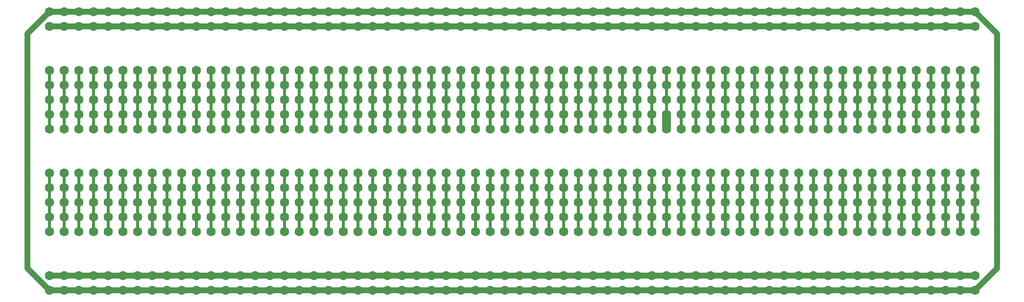
<source format=gbr>
%TF.GenerationSoftware,KiCad,Pcbnew,5.1.7*%
%TF.CreationDate,2020-11-18T18:26:48+01:00*%
%TF.ProjectId,8bitCpu,38626974-4370-4752-9e6b-696361645f70,rev?*%
%TF.SameCoordinates,Original*%
%TF.FileFunction,Copper,L2,Bot*%
%TF.FilePolarity,Positive*%
%FSLAX46Y46*%
G04 Gerber Fmt 4.6, Leading zero omitted, Abs format (unit mm)*
G04 Created by KiCad (PCBNEW 5.1.7) date 2020-11-18 18:26:48*
%MOMM*%
%LPD*%
G01*
G04 APERTURE LIST*
%TA.AperFunction,ComponentPad*%
%ADD10C,1.600000*%
%TD*%
%TA.AperFunction,Conductor*%
%ADD11C,0.500000*%
%TD*%
%TA.AperFunction,Conductor*%
%ADD12C,1.500000*%
%TD*%
%TA.AperFunction,Conductor*%
%ADD13C,1.000000*%
%TD*%
G04 APERTURE END LIST*
D10*
%TO.P,REF\u002A\u002A,1*%
%TO.N,N/C*%
X50800000Y-88900000D03*
%TO.P,REF\u002A\u002A,2*%
X53340000Y-88900000D03*
%TO.P,REF\u002A\u002A,3*%
X55880000Y-88900000D03*
%TO.P,REF\u002A\u002A,4*%
X58420000Y-88900000D03*
%TO.P,REF\u002A\u002A,5*%
X60960000Y-88900000D03*
%TO.P,REF\u002A\u002A,6*%
X63500000Y-88900000D03*
%TO.P,REF\u002A\u002A,7*%
X66040000Y-88900000D03*
%TO.P,REF\u002A\u002A,8*%
X68580000Y-88900000D03*
%TO.P,REF\u002A\u002A,9*%
X71120000Y-88900000D03*
%TO.P,REF\u002A\u002A,10*%
X73660000Y-88900000D03*
%TO.P,REF\u002A\u002A,11*%
X76200000Y-88900000D03*
%TO.P,REF\u002A\u002A,12*%
X78740000Y-88900000D03*
%TO.P,REF\u002A\u002A,13*%
X81280000Y-88900000D03*
%TO.P,REF\u002A\u002A,14*%
X83820000Y-88900000D03*
%TO.P,REF\u002A\u002A,15*%
X86360000Y-88900000D03*
%TO.P,REF\u002A\u002A,16*%
X88900000Y-88900000D03*
%TO.P,REF\u002A\u002A,17*%
X91440000Y-88900000D03*
%TO.P,REF\u002A\u002A,18*%
X93980000Y-88900000D03*
%TO.P,REF\u002A\u002A,19*%
X96520000Y-88900000D03*
%TO.P,REF\u002A\u002A,20*%
X99060000Y-88900000D03*
%TO.P,REF\u002A\u002A,21*%
X101600000Y-88900000D03*
%TO.P,REF\u002A\u002A,22*%
X104140000Y-88900000D03*
%TO.P,REF\u002A\u002A,23*%
X106680000Y-88900000D03*
%TO.P,REF\u002A\u002A,24*%
X109220000Y-88900000D03*
%TO.P,REF\u002A\u002A,25*%
X111760000Y-88900000D03*
%TO.P,REF\u002A\u002A,26*%
X114300000Y-88900000D03*
%TO.P,REF\u002A\u002A,27*%
X116840000Y-88900000D03*
%TO.P,REF\u002A\u002A,28*%
X119380000Y-88900000D03*
%TO.P,REF\u002A\u002A,29*%
X121920000Y-88900000D03*
%TO.P,REF\u002A\u002A,30*%
X124460000Y-88900000D03*
%TO.P,REF\u002A\u002A,31*%
X127000000Y-88900000D03*
%TO.P,REF\u002A\u002A,32*%
X129540000Y-88900000D03*
%TO.P,REF\u002A\u002A,33*%
X132080000Y-88900000D03*
%TO.P,REF\u002A\u002A,34*%
X134620000Y-88900000D03*
%TO.P,REF\u002A\u002A,35*%
X137160000Y-88900000D03*
%TO.P,REF\u002A\u002A,36*%
X139700000Y-88900000D03*
%TO.P,REF\u002A\u002A,37*%
X142240000Y-88900000D03*
%TO.P,REF\u002A\u002A,38*%
X144780000Y-88900000D03*
%TO.P,REF\u002A\u002A,39*%
X147320000Y-88900000D03*
%TO.P,REF\u002A\u002A,40*%
X149860000Y-88900000D03*
%TO.P,REF\u002A\u002A,41*%
X152400000Y-88900000D03*
%TO.P,REF\u002A\u002A,42*%
X154940000Y-88900000D03*
%TO.P,REF\u002A\u002A,43*%
X157480000Y-88900000D03*
%TO.P,REF\u002A\u002A,44*%
X160020000Y-88900000D03*
%TO.P,REF\u002A\u002A,45*%
X162560000Y-88900000D03*
%TO.P,REF\u002A\u002A,46*%
X165100000Y-88900000D03*
%TO.P,REF\u002A\u002A,47*%
X167640000Y-88900000D03*
%TO.P,REF\u002A\u002A,48*%
X170180000Y-88900000D03*
%TO.P,REF\u002A\u002A,49*%
X172720000Y-88900000D03*
%TO.P,REF\u002A\u002A,50*%
X175260000Y-88900000D03*
%TO.P,REF\u002A\u002A,51*%
X177800000Y-88900000D03*
%TO.P,REF\u002A\u002A,52*%
X180340000Y-88900000D03*
%TO.P,REF\u002A\u002A,53*%
X182880000Y-88900000D03*
%TO.P,REF\u002A\u002A,54*%
X185420000Y-88900000D03*
%TO.P,REF\u002A\u002A,55*%
X187960000Y-88900000D03*
%TO.P,REF\u002A\u002A,56*%
X190500000Y-88900000D03*
%TO.P,REF\u002A\u002A,57*%
X193040000Y-88900000D03*
%TO.P,REF\u002A\u002A,58*%
X195580000Y-88900000D03*
%TO.P,REF\u002A\u002A,59*%
X198120000Y-88900000D03*
%TO.P,REF\u002A\u002A,60*%
X200660000Y-88900000D03*
%TO.P,REF\u002A\u002A,61*%
X203200000Y-88900000D03*
%TO.P,REF\u002A\u002A,62*%
X205740000Y-88900000D03*
%TO.P,REF\u002A\u002A,63*%
X208280000Y-88900000D03*
%TO.P,REF\u002A\u002A,64*%
X210820000Y-88900000D03*
%TD*%
%TO.P,REF\u002A\u002A,64*%
%TO.N,N/C*%
X210820000Y-91440000D03*
%TO.P,REF\u002A\u002A,63*%
X208280000Y-91440000D03*
%TO.P,REF\u002A\u002A,62*%
X205740000Y-91440000D03*
%TO.P,REF\u002A\u002A,61*%
X203200000Y-91440000D03*
%TO.P,REF\u002A\u002A,60*%
X200660000Y-91440000D03*
%TO.P,REF\u002A\u002A,59*%
X198120000Y-91440000D03*
%TO.P,REF\u002A\u002A,58*%
X195580000Y-91440000D03*
%TO.P,REF\u002A\u002A,57*%
X193040000Y-91440000D03*
%TO.P,REF\u002A\u002A,56*%
X190500000Y-91440000D03*
%TO.P,REF\u002A\u002A,55*%
X187960000Y-91440000D03*
%TO.P,REF\u002A\u002A,54*%
X185420000Y-91440000D03*
%TO.P,REF\u002A\u002A,53*%
X182880000Y-91440000D03*
%TO.P,REF\u002A\u002A,52*%
X180340000Y-91440000D03*
%TO.P,REF\u002A\u002A,51*%
X177800000Y-91440000D03*
%TO.P,REF\u002A\u002A,50*%
X175260000Y-91440000D03*
%TO.P,REF\u002A\u002A,49*%
X172720000Y-91440000D03*
%TO.P,REF\u002A\u002A,48*%
X170180000Y-91440000D03*
%TO.P,REF\u002A\u002A,47*%
X167640000Y-91440000D03*
%TO.P,REF\u002A\u002A,46*%
X165100000Y-91440000D03*
%TO.P,REF\u002A\u002A,45*%
X162560000Y-91440000D03*
%TO.P,REF\u002A\u002A,44*%
X160020000Y-91440000D03*
%TO.P,REF\u002A\u002A,43*%
X157480000Y-91440000D03*
%TO.P,REF\u002A\u002A,42*%
X154940000Y-91440000D03*
%TO.P,REF\u002A\u002A,41*%
X152400000Y-91440000D03*
%TO.P,REF\u002A\u002A,40*%
X149860000Y-91440000D03*
%TO.P,REF\u002A\u002A,39*%
X147320000Y-91440000D03*
%TO.P,REF\u002A\u002A,38*%
X144780000Y-91440000D03*
%TO.P,REF\u002A\u002A,37*%
X142240000Y-91440000D03*
%TO.P,REF\u002A\u002A,36*%
X139700000Y-91440000D03*
%TO.P,REF\u002A\u002A,35*%
X137160000Y-91440000D03*
%TO.P,REF\u002A\u002A,34*%
X134620000Y-91440000D03*
%TO.P,REF\u002A\u002A,33*%
X132080000Y-91440000D03*
%TO.P,REF\u002A\u002A,32*%
X129540000Y-91440000D03*
%TO.P,REF\u002A\u002A,31*%
X127000000Y-91440000D03*
%TO.P,REF\u002A\u002A,30*%
X124460000Y-91440000D03*
%TO.P,REF\u002A\u002A,29*%
X121920000Y-91440000D03*
%TO.P,REF\u002A\u002A,28*%
X119380000Y-91440000D03*
%TO.P,REF\u002A\u002A,27*%
X116840000Y-91440000D03*
%TO.P,REF\u002A\u002A,26*%
X114300000Y-91440000D03*
%TO.P,REF\u002A\u002A,25*%
X111760000Y-91440000D03*
%TO.P,REF\u002A\u002A,24*%
X109220000Y-91440000D03*
%TO.P,REF\u002A\u002A,23*%
X106680000Y-91440000D03*
%TO.P,REF\u002A\u002A,22*%
X104140000Y-91440000D03*
%TO.P,REF\u002A\u002A,21*%
X101600000Y-91440000D03*
%TO.P,REF\u002A\u002A,20*%
X99060000Y-91440000D03*
%TO.P,REF\u002A\u002A,19*%
X96520000Y-91440000D03*
%TO.P,REF\u002A\u002A,18*%
X93980000Y-91440000D03*
%TO.P,REF\u002A\u002A,17*%
X91440000Y-91440000D03*
%TO.P,REF\u002A\u002A,16*%
X88900000Y-91440000D03*
%TO.P,REF\u002A\u002A,15*%
X86360000Y-91440000D03*
%TO.P,REF\u002A\u002A,14*%
X83820000Y-91440000D03*
%TO.P,REF\u002A\u002A,13*%
X81280000Y-91440000D03*
%TO.P,REF\u002A\u002A,12*%
X78740000Y-91440000D03*
%TO.P,REF\u002A\u002A,11*%
X76200000Y-91440000D03*
%TO.P,REF\u002A\u002A,10*%
X73660000Y-91440000D03*
%TO.P,REF\u002A\u002A,9*%
X71120000Y-91440000D03*
%TO.P,REF\u002A\u002A,8*%
X68580000Y-91440000D03*
%TO.P,REF\u002A\u002A,7*%
X66040000Y-91440000D03*
%TO.P,REF\u002A\u002A,6*%
X63500000Y-91440000D03*
%TO.P,REF\u002A\u002A,5*%
X60960000Y-91440000D03*
%TO.P,REF\u002A\u002A,4*%
X58420000Y-91440000D03*
%TO.P,REF\u002A\u002A,3*%
X55880000Y-91440000D03*
%TO.P,REF\u002A\u002A,2*%
X53340000Y-91440000D03*
%TO.P,REF\u002A\u002A,1*%
X50800000Y-91440000D03*
%TD*%
%TO.P,REF\u002A\u002A,1*%
%TO.N,N/C*%
X50800000Y-45720000D03*
%TO.P,REF\u002A\u002A,2*%
X53340000Y-45720000D03*
%TO.P,REF\u002A\u002A,3*%
X55880000Y-45720000D03*
%TO.P,REF\u002A\u002A,4*%
X58420000Y-45720000D03*
%TO.P,REF\u002A\u002A,5*%
X60960000Y-45720000D03*
%TO.P,REF\u002A\u002A,6*%
X63500000Y-45720000D03*
%TO.P,REF\u002A\u002A,7*%
X66040000Y-45720000D03*
%TO.P,REF\u002A\u002A,8*%
X68580000Y-45720000D03*
%TO.P,REF\u002A\u002A,9*%
X71120000Y-45720000D03*
%TO.P,REF\u002A\u002A,10*%
X73660000Y-45720000D03*
%TO.P,REF\u002A\u002A,11*%
X76200000Y-45720000D03*
%TO.P,REF\u002A\u002A,12*%
X78740000Y-45720000D03*
%TO.P,REF\u002A\u002A,13*%
X81280000Y-45720000D03*
%TO.P,REF\u002A\u002A,14*%
X83820000Y-45720000D03*
%TO.P,REF\u002A\u002A,15*%
X86360000Y-45720000D03*
%TO.P,REF\u002A\u002A,16*%
X88900000Y-45720000D03*
%TO.P,REF\u002A\u002A,17*%
X91440000Y-45720000D03*
%TO.P,REF\u002A\u002A,18*%
X93980000Y-45720000D03*
%TO.P,REF\u002A\u002A,19*%
X96520000Y-45720000D03*
%TO.P,REF\u002A\u002A,20*%
X99060000Y-45720000D03*
%TO.P,REF\u002A\u002A,21*%
X101600000Y-45720000D03*
%TO.P,REF\u002A\u002A,22*%
X104140000Y-45720000D03*
%TO.P,REF\u002A\u002A,23*%
X106680000Y-45720000D03*
%TO.P,REF\u002A\u002A,24*%
X109220000Y-45720000D03*
%TO.P,REF\u002A\u002A,25*%
X111760000Y-45720000D03*
%TO.P,REF\u002A\u002A,26*%
X114300000Y-45720000D03*
%TO.P,REF\u002A\u002A,27*%
X116840000Y-45720000D03*
%TO.P,REF\u002A\u002A,28*%
X119380000Y-45720000D03*
%TO.P,REF\u002A\u002A,29*%
X121920000Y-45720000D03*
%TO.P,REF\u002A\u002A,30*%
X124460000Y-45720000D03*
%TO.P,REF\u002A\u002A,31*%
X127000000Y-45720000D03*
%TO.P,REF\u002A\u002A,32*%
X129540000Y-45720000D03*
%TO.P,REF\u002A\u002A,33*%
X132080000Y-45720000D03*
%TO.P,REF\u002A\u002A,34*%
X134620000Y-45720000D03*
%TO.P,REF\u002A\u002A,35*%
X137160000Y-45720000D03*
%TO.P,REF\u002A\u002A,36*%
X139700000Y-45720000D03*
%TO.P,REF\u002A\u002A,37*%
X142240000Y-45720000D03*
%TO.P,REF\u002A\u002A,38*%
X144780000Y-45720000D03*
%TO.P,REF\u002A\u002A,39*%
X147320000Y-45720000D03*
%TO.P,REF\u002A\u002A,40*%
X149860000Y-45720000D03*
%TO.P,REF\u002A\u002A,41*%
X152400000Y-45720000D03*
%TO.P,REF\u002A\u002A,42*%
X154940000Y-45720000D03*
%TO.P,REF\u002A\u002A,43*%
X157480000Y-45720000D03*
%TO.P,REF\u002A\u002A,44*%
X160020000Y-45720000D03*
%TO.P,REF\u002A\u002A,45*%
X162560000Y-45720000D03*
%TO.P,REF\u002A\u002A,46*%
X165100000Y-45720000D03*
%TO.P,REF\u002A\u002A,47*%
X167640000Y-45720000D03*
%TO.P,REF\u002A\u002A,48*%
X170180000Y-45720000D03*
%TO.P,REF\u002A\u002A,49*%
X172720000Y-45720000D03*
%TO.P,REF\u002A\u002A,50*%
X175260000Y-45720000D03*
%TO.P,REF\u002A\u002A,51*%
X177800000Y-45720000D03*
%TO.P,REF\u002A\u002A,52*%
X180340000Y-45720000D03*
%TO.P,REF\u002A\u002A,53*%
X182880000Y-45720000D03*
%TO.P,REF\u002A\u002A,54*%
X185420000Y-45720000D03*
%TO.P,REF\u002A\u002A,55*%
X187960000Y-45720000D03*
%TO.P,REF\u002A\u002A,56*%
X190500000Y-45720000D03*
%TO.P,REF\u002A\u002A,57*%
X193040000Y-45720000D03*
%TO.P,REF\u002A\u002A,58*%
X195580000Y-45720000D03*
%TO.P,REF\u002A\u002A,59*%
X198120000Y-45720000D03*
%TO.P,REF\u002A\u002A,60*%
X200660000Y-45720000D03*
%TO.P,REF\u002A\u002A,61*%
X203200000Y-45720000D03*
%TO.P,REF\u002A\u002A,62*%
X205740000Y-45720000D03*
%TO.P,REF\u002A\u002A,63*%
X208280000Y-45720000D03*
%TO.P,REF\u002A\u002A,64*%
X210820000Y-45720000D03*
%TD*%
%TO.P,REF\u002A\u002A,5*%
%TO.N,N/C*%
X50800000Y-81280000D03*
%TO.P,REF\u002A\u002A,4*%
X50800000Y-78740000D03*
%TO.P,REF\u002A\u002A,3*%
X50800000Y-76200000D03*
%TO.P,REF\u002A\u002A,2*%
X50800000Y-73660000D03*
%TO.P,REF\u002A\u002A,1*%
X50800000Y-71120000D03*
%TD*%
%TO.P,REF\u002A\u002A,5*%
%TO.N,N/C*%
X53340000Y-81280000D03*
%TO.P,REF\u002A\u002A,4*%
X53340000Y-78740000D03*
%TO.P,REF\u002A\u002A,3*%
X53340000Y-76200000D03*
%TO.P,REF\u002A\u002A,2*%
X53340000Y-73660000D03*
%TO.P,REF\u002A\u002A,1*%
X53340000Y-71120000D03*
%TD*%
%TO.P,REF\u002A\u002A,5*%
%TO.N,N/C*%
X55880000Y-81280000D03*
%TO.P,REF\u002A\u002A,4*%
X55880000Y-78740000D03*
%TO.P,REF\u002A\u002A,3*%
X55880000Y-76200000D03*
%TO.P,REF\u002A\u002A,2*%
X55880000Y-73660000D03*
%TO.P,REF\u002A\u002A,1*%
X55880000Y-71120000D03*
%TD*%
%TO.P,REF\u002A\u002A,5*%
%TO.N,N/C*%
X58420000Y-81280000D03*
%TO.P,REF\u002A\u002A,4*%
X58420000Y-78740000D03*
%TO.P,REF\u002A\u002A,3*%
X58420000Y-76200000D03*
%TO.P,REF\u002A\u002A,2*%
X58420000Y-73660000D03*
%TO.P,REF\u002A\u002A,1*%
X58420000Y-71120000D03*
%TD*%
%TO.P,REF\u002A\u002A,5*%
%TO.N,N/C*%
X60960000Y-81280000D03*
%TO.P,REF\u002A\u002A,4*%
X60960000Y-78740000D03*
%TO.P,REF\u002A\u002A,3*%
X60960000Y-76200000D03*
%TO.P,REF\u002A\u002A,2*%
X60960000Y-73660000D03*
%TO.P,REF\u002A\u002A,1*%
X60960000Y-71120000D03*
%TD*%
%TO.P,REF\u002A\u002A,5*%
%TO.N,N/C*%
X63500000Y-81280000D03*
%TO.P,REF\u002A\u002A,4*%
X63500000Y-78740000D03*
%TO.P,REF\u002A\u002A,3*%
X63500000Y-76200000D03*
%TO.P,REF\u002A\u002A,2*%
X63500000Y-73660000D03*
%TO.P,REF\u002A\u002A,1*%
X63500000Y-71120000D03*
%TD*%
%TO.P,REF\u002A\u002A,5*%
%TO.N,N/C*%
X66040000Y-81280000D03*
%TO.P,REF\u002A\u002A,4*%
X66040000Y-78740000D03*
%TO.P,REF\u002A\u002A,3*%
X66040000Y-76200000D03*
%TO.P,REF\u002A\u002A,2*%
X66040000Y-73660000D03*
%TO.P,REF\u002A\u002A,1*%
X66040000Y-71120000D03*
%TD*%
%TO.P,REF\u002A\u002A,5*%
%TO.N,N/C*%
X68580000Y-81280000D03*
%TO.P,REF\u002A\u002A,4*%
X68580000Y-78740000D03*
%TO.P,REF\u002A\u002A,3*%
X68580000Y-76200000D03*
%TO.P,REF\u002A\u002A,2*%
X68580000Y-73660000D03*
%TO.P,REF\u002A\u002A,1*%
X68580000Y-71120000D03*
%TD*%
%TO.P,REF\u002A\u002A,5*%
%TO.N,N/C*%
X83820000Y-81280000D03*
%TO.P,REF\u002A\u002A,4*%
X83820000Y-78740000D03*
%TO.P,REF\u002A\u002A,3*%
X83820000Y-76200000D03*
%TO.P,REF\u002A\u002A,2*%
X83820000Y-73660000D03*
%TO.P,REF\u002A\u002A,1*%
X83820000Y-71120000D03*
%TD*%
%TO.P,REF\u002A\u002A,5*%
%TO.N,N/C*%
X81280000Y-81280000D03*
%TO.P,REF\u002A\u002A,4*%
X81280000Y-78740000D03*
%TO.P,REF\u002A\u002A,3*%
X81280000Y-76200000D03*
%TO.P,REF\u002A\u002A,2*%
X81280000Y-73660000D03*
%TO.P,REF\u002A\u002A,1*%
X81280000Y-71120000D03*
%TD*%
%TO.P,REF\u002A\u002A,5*%
%TO.N,N/C*%
X86360000Y-81280000D03*
%TO.P,REF\u002A\u002A,4*%
X86360000Y-78740000D03*
%TO.P,REF\u002A\u002A,3*%
X86360000Y-76200000D03*
%TO.P,REF\u002A\u002A,2*%
X86360000Y-73660000D03*
%TO.P,REF\u002A\u002A,1*%
X86360000Y-71120000D03*
%TD*%
%TO.P,REF\u002A\u002A,5*%
%TO.N,N/C*%
X76200000Y-81280000D03*
%TO.P,REF\u002A\u002A,4*%
X76200000Y-78740000D03*
%TO.P,REF\u002A\u002A,3*%
X76200000Y-76200000D03*
%TO.P,REF\u002A\u002A,2*%
X76200000Y-73660000D03*
%TO.P,REF\u002A\u002A,1*%
X76200000Y-71120000D03*
%TD*%
%TO.P,REF\u002A\u002A,5*%
%TO.N,N/C*%
X71120000Y-81280000D03*
%TO.P,REF\u002A\u002A,4*%
X71120000Y-78740000D03*
%TO.P,REF\u002A\u002A,3*%
X71120000Y-76200000D03*
%TO.P,REF\u002A\u002A,2*%
X71120000Y-73660000D03*
%TO.P,REF\u002A\u002A,1*%
X71120000Y-71120000D03*
%TD*%
%TO.P,REF\u002A\u002A,5*%
%TO.N,N/C*%
X78740000Y-81280000D03*
%TO.P,REF\u002A\u002A,4*%
X78740000Y-78740000D03*
%TO.P,REF\u002A\u002A,3*%
X78740000Y-76200000D03*
%TO.P,REF\u002A\u002A,2*%
X78740000Y-73660000D03*
%TO.P,REF\u002A\u002A,1*%
X78740000Y-71120000D03*
%TD*%
%TO.P,REF\u002A\u002A,5*%
%TO.N,N/C*%
X88900000Y-81280000D03*
%TO.P,REF\u002A\u002A,4*%
X88900000Y-78740000D03*
%TO.P,REF\u002A\u002A,3*%
X88900000Y-76200000D03*
%TO.P,REF\u002A\u002A,2*%
X88900000Y-73660000D03*
%TO.P,REF\u002A\u002A,1*%
X88900000Y-71120000D03*
%TD*%
%TO.P,REF\u002A\u002A,5*%
%TO.N,N/C*%
X73660000Y-81280000D03*
%TO.P,REF\u002A\u002A,4*%
X73660000Y-78740000D03*
%TO.P,REF\u002A\u002A,3*%
X73660000Y-76200000D03*
%TO.P,REF\u002A\u002A,2*%
X73660000Y-73660000D03*
%TO.P,REF\u002A\u002A,1*%
X73660000Y-71120000D03*
%TD*%
%TO.P,REF\u002A\u002A,5*%
%TO.N,N/C*%
X104140000Y-81280000D03*
%TO.P,REF\u002A\u002A,4*%
X104140000Y-78740000D03*
%TO.P,REF\u002A\u002A,3*%
X104140000Y-76200000D03*
%TO.P,REF\u002A\u002A,2*%
X104140000Y-73660000D03*
%TO.P,REF\u002A\u002A,1*%
X104140000Y-71120000D03*
%TD*%
%TO.P,REF\u002A\u002A,5*%
%TO.N,N/C*%
X124460000Y-81280000D03*
%TO.P,REF\u002A\u002A,4*%
X124460000Y-78740000D03*
%TO.P,REF\u002A\u002A,3*%
X124460000Y-76200000D03*
%TO.P,REF\u002A\u002A,2*%
X124460000Y-73660000D03*
%TO.P,REF\u002A\u002A,1*%
X124460000Y-71120000D03*
%TD*%
%TO.P,REF\u002A\u002A,5*%
%TO.N,N/C*%
X101600000Y-81280000D03*
%TO.P,REF\u002A\u002A,4*%
X101600000Y-78740000D03*
%TO.P,REF\u002A\u002A,3*%
X101600000Y-76200000D03*
%TO.P,REF\u002A\u002A,2*%
X101600000Y-73660000D03*
%TO.P,REF\u002A\u002A,1*%
X101600000Y-71120000D03*
%TD*%
%TO.P,REF\u002A\u002A,5*%
%TO.N,N/C*%
X119380000Y-81280000D03*
%TO.P,REF\u002A\u002A,4*%
X119380000Y-78740000D03*
%TO.P,REF\u002A\u002A,3*%
X119380000Y-76200000D03*
%TO.P,REF\u002A\u002A,2*%
X119380000Y-73660000D03*
%TO.P,REF\u002A\u002A,1*%
X119380000Y-71120000D03*
%TD*%
%TO.P,REF\u002A\u002A,5*%
%TO.N,N/C*%
X106680000Y-81280000D03*
%TO.P,REF\u002A\u002A,4*%
X106680000Y-78740000D03*
%TO.P,REF\u002A\u002A,3*%
X106680000Y-76200000D03*
%TO.P,REF\u002A\u002A,2*%
X106680000Y-73660000D03*
%TO.P,REF\u002A\u002A,1*%
X106680000Y-71120000D03*
%TD*%
%TO.P,REF\u002A\u002A,5*%
%TO.N,N/C*%
X116840000Y-81280000D03*
%TO.P,REF\u002A\u002A,4*%
X116840000Y-78740000D03*
%TO.P,REF\u002A\u002A,3*%
X116840000Y-76200000D03*
%TO.P,REF\u002A\u002A,2*%
X116840000Y-73660000D03*
%TO.P,REF\u002A\u002A,1*%
X116840000Y-71120000D03*
%TD*%
%TO.P,REF\u002A\u002A,5*%
%TO.N,N/C*%
X111760000Y-81280000D03*
%TO.P,REF\u002A\u002A,4*%
X111760000Y-78740000D03*
%TO.P,REF\u002A\u002A,3*%
X111760000Y-76200000D03*
%TO.P,REF\u002A\u002A,2*%
X111760000Y-73660000D03*
%TO.P,REF\u002A\u002A,1*%
X111760000Y-71120000D03*
%TD*%
%TO.P,REF\u002A\u002A,5*%
%TO.N,N/C*%
X121920000Y-81280000D03*
%TO.P,REF\u002A\u002A,4*%
X121920000Y-78740000D03*
%TO.P,REF\u002A\u002A,3*%
X121920000Y-76200000D03*
%TO.P,REF\u002A\u002A,2*%
X121920000Y-73660000D03*
%TO.P,REF\u002A\u002A,1*%
X121920000Y-71120000D03*
%TD*%
%TO.P,REF\u002A\u002A,5*%
%TO.N,N/C*%
X96520000Y-81280000D03*
%TO.P,REF\u002A\u002A,4*%
X96520000Y-78740000D03*
%TO.P,REF\u002A\u002A,3*%
X96520000Y-76200000D03*
%TO.P,REF\u002A\u002A,2*%
X96520000Y-73660000D03*
%TO.P,REF\u002A\u002A,1*%
X96520000Y-71120000D03*
%TD*%
%TO.P,REF\u002A\u002A,5*%
%TO.N,N/C*%
X127000000Y-81280000D03*
%TO.P,REF\u002A\u002A,4*%
X127000000Y-78740000D03*
%TO.P,REF\u002A\u002A,3*%
X127000000Y-76200000D03*
%TO.P,REF\u002A\u002A,2*%
X127000000Y-73660000D03*
%TO.P,REF\u002A\u002A,1*%
X127000000Y-71120000D03*
%TD*%
%TO.P,REF\u002A\u002A,5*%
%TO.N,N/C*%
X129540000Y-81280000D03*
%TO.P,REF\u002A\u002A,4*%
X129540000Y-78740000D03*
%TO.P,REF\u002A\u002A,3*%
X129540000Y-76200000D03*
%TO.P,REF\u002A\u002A,2*%
X129540000Y-73660000D03*
%TO.P,REF\u002A\u002A,1*%
X129540000Y-71120000D03*
%TD*%
%TO.P,REF\u002A\u002A,5*%
%TO.N,N/C*%
X91440000Y-81280000D03*
%TO.P,REF\u002A\u002A,4*%
X91440000Y-78740000D03*
%TO.P,REF\u002A\u002A,3*%
X91440000Y-76200000D03*
%TO.P,REF\u002A\u002A,2*%
X91440000Y-73660000D03*
%TO.P,REF\u002A\u002A,1*%
X91440000Y-71120000D03*
%TD*%
%TO.P,REF\u002A\u002A,5*%
%TO.N,N/C*%
X99060000Y-81280000D03*
%TO.P,REF\u002A\u002A,4*%
X99060000Y-78740000D03*
%TO.P,REF\u002A\u002A,3*%
X99060000Y-76200000D03*
%TO.P,REF\u002A\u002A,2*%
X99060000Y-73660000D03*
%TO.P,REF\u002A\u002A,1*%
X99060000Y-71120000D03*
%TD*%
%TO.P,REF\u002A\u002A,5*%
%TO.N,N/C*%
X114300000Y-81280000D03*
%TO.P,REF\u002A\u002A,4*%
X114300000Y-78740000D03*
%TO.P,REF\u002A\u002A,3*%
X114300000Y-76200000D03*
%TO.P,REF\u002A\u002A,2*%
X114300000Y-73660000D03*
%TO.P,REF\u002A\u002A,1*%
X114300000Y-71120000D03*
%TD*%
%TO.P,REF\u002A\u002A,5*%
%TO.N,N/C*%
X109220000Y-81280000D03*
%TO.P,REF\u002A\u002A,4*%
X109220000Y-78740000D03*
%TO.P,REF\u002A\u002A,3*%
X109220000Y-76200000D03*
%TO.P,REF\u002A\u002A,2*%
X109220000Y-73660000D03*
%TO.P,REF\u002A\u002A,1*%
X109220000Y-71120000D03*
%TD*%
%TO.P,REF\u002A\u002A,5*%
%TO.N,N/C*%
X93980000Y-81280000D03*
%TO.P,REF\u002A\u002A,4*%
X93980000Y-78740000D03*
%TO.P,REF\u002A\u002A,3*%
X93980000Y-76200000D03*
%TO.P,REF\u002A\u002A,2*%
X93980000Y-73660000D03*
%TO.P,REF\u002A\u002A,1*%
X93980000Y-71120000D03*
%TD*%
%TO.P,REF\u002A\u002A,5*%
%TO.N,N/C*%
X144780000Y-81280000D03*
%TO.P,REF\u002A\u002A,4*%
X144780000Y-78740000D03*
%TO.P,REF\u002A\u002A,3*%
X144780000Y-76200000D03*
%TO.P,REF\u002A\u002A,2*%
X144780000Y-73660000D03*
%TO.P,REF\u002A\u002A,1*%
X144780000Y-71120000D03*
%TD*%
%TO.P,REF\u002A\u002A,5*%
%TO.N,N/C*%
X165100000Y-81280000D03*
%TO.P,REF\u002A\u002A,4*%
X165100000Y-78740000D03*
%TO.P,REF\u002A\u002A,3*%
X165100000Y-76200000D03*
%TO.P,REF\u002A\u002A,2*%
X165100000Y-73660000D03*
%TO.P,REF\u002A\u002A,1*%
X165100000Y-71120000D03*
%TD*%
%TO.P,REF\u002A\u002A,5*%
%TO.N,N/C*%
X142240000Y-81280000D03*
%TO.P,REF\u002A\u002A,4*%
X142240000Y-78740000D03*
%TO.P,REF\u002A\u002A,3*%
X142240000Y-76200000D03*
%TO.P,REF\u002A\u002A,2*%
X142240000Y-73660000D03*
%TO.P,REF\u002A\u002A,1*%
X142240000Y-71120000D03*
%TD*%
%TO.P,REF\u002A\u002A,5*%
%TO.N,N/C*%
X160020000Y-81280000D03*
%TO.P,REF\u002A\u002A,4*%
X160020000Y-78740000D03*
%TO.P,REF\u002A\u002A,3*%
X160020000Y-76200000D03*
%TO.P,REF\u002A\u002A,2*%
X160020000Y-73660000D03*
%TO.P,REF\u002A\u002A,1*%
X160020000Y-71120000D03*
%TD*%
%TO.P,REF\u002A\u002A,5*%
%TO.N,N/C*%
X147320000Y-81280000D03*
%TO.P,REF\u002A\u002A,4*%
X147320000Y-78740000D03*
%TO.P,REF\u002A\u002A,3*%
X147320000Y-76200000D03*
%TO.P,REF\u002A\u002A,2*%
X147320000Y-73660000D03*
%TO.P,REF\u002A\u002A,1*%
X147320000Y-71120000D03*
%TD*%
%TO.P,REF\u002A\u002A,5*%
%TO.N,N/C*%
X157480000Y-81280000D03*
%TO.P,REF\u002A\u002A,4*%
X157480000Y-78740000D03*
%TO.P,REF\u002A\u002A,3*%
X157480000Y-76200000D03*
%TO.P,REF\u002A\u002A,2*%
X157480000Y-73660000D03*
%TO.P,REF\u002A\u002A,1*%
X157480000Y-71120000D03*
%TD*%
%TO.P,REF\u002A\u002A,5*%
%TO.N,N/C*%
X152400000Y-81280000D03*
%TO.P,REF\u002A\u002A,4*%
X152400000Y-78740000D03*
%TO.P,REF\u002A\u002A,3*%
X152400000Y-76200000D03*
%TO.P,REF\u002A\u002A,2*%
X152400000Y-73660000D03*
%TO.P,REF\u002A\u002A,1*%
X152400000Y-71120000D03*
%TD*%
%TO.P,REF\u002A\u002A,5*%
%TO.N,N/C*%
X162560000Y-81280000D03*
%TO.P,REF\u002A\u002A,4*%
X162560000Y-78740000D03*
%TO.P,REF\u002A\u002A,3*%
X162560000Y-76200000D03*
%TO.P,REF\u002A\u002A,2*%
X162560000Y-73660000D03*
%TO.P,REF\u002A\u002A,1*%
X162560000Y-71120000D03*
%TD*%
%TO.P,REF\u002A\u002A,5*%
%TO.N,N/C*%
X137160000Y-81280000D03*
%TO.P,REF\u002A\u002A,4*%
X137160000Y-78740000D03*
%TO.P,REF\u002A\u002A,3*%
X137160000Y-76200000D03*
%TO.P,REF\u002A\u002A,2*%
X137160000Y-73660000D03*
%TO.P,REF\u002A\u002A,1*%
X137160000Y-71120000D03*
%TD*%
%TO.P,REF\u002A\u002A,5*%
%TO.N,N/C*%
X167640000Y-81280000D03*
%TO.P,REF\u002A\u002A,4*%
X167640000Y-78740000D03*
%TO.P,REF\u002A\u002A,3*%
X167640000Y-76200000D03*
%TO.P,REF\u002A\u002A,2*%
X167640000Y-73660000D03*
%TO.P,REF\u002A\u002A,1*%
X167640000Y-71120000D03*
%TD*%
%TO.P,REF\u002A\u002A,5*%
%TO.N,N/C*%
X170180000Y-81280000D03*
%TO.P,REF\u002A\u002A,4*%
X170180000Y-78740000D03*
%TO.P,REF\u002A\u002A,3*%
X170180000Y-76200000D03*
%TO.P,REF\u002A\u002A,2*%
X170180000Y-73660000D03*
%TO.P,REF\u002A\u002A,1*%
X170180000Y-71120000D03*
%TD*%
%TO.P,REF\u002A\u002A,5*%
%TO.N,N/C*%
X132080000Y-81280000D03*
%TO.P,REF\u002A\u002A,4*%
X132080000Y-78740000D03*
%TO.P,REF\u002A\u002A,3*%
X132080000Y-76200000D03*
%TO.P,REF\u002A\u002A,2*%
X132080000Y-73660000D03*
%TO.P,REF\u002A\u002A,1*%
X132080000Y-71120000D03*
%TD*%
%TO.P,REF\u002A\u002A,5*%
%TO.N,N/C*%
X139700000Y-81280000D03*
%TO.P,REF\u002A\u002A,4*%
X139700000Y-78740000D03*
%TO.P,REF\u002A\u002A,3*%
X139700000Y-76200000D03*
%TO.P,REF\u002A\u002A,2*%
X139700000Y-73660000D03*
%TO.P,REF\u002A\u002A,1*%
X139700000Y-71120000D03*
%TD*%
%TO.P,REF\u002A\u002A,5*%
%TO.N,N/C*%
X154940000Y-81280000D03*
%TO.P,REF\u002A\u002A,4*%
X154940000Y-78740000D03*
%TO.P,REF\u002A\u002A,3*%
X154940000Y-76200000D03*
%TO.P,REF\u002A\u002A,2*%
X154940000Y-73660000D03*
%TO.P,REF\u002A\u002A,1*%
X154940000Y-71120000D03*
%TD*%
%TO.P,REF\u002A\u002A,5*%
%TO.N,N/C*%
X149860000Y-81280000D03*
%TO.P,REF\u002A\u002A,4*%
X149860000Y-78740000D03*
%TO.P,REF\u002A\u002A,3*%
X149860000Y-76200000D03*
%TO.P,REF\u002A\u002A,2*%
X149860000Y-73660000D03*
%TO.P,REF\u002A\u002A,1*%
X149860000Y-71120000D03*
%TD*%
%TO.P,REF\u002A\u002A,5*%
%TO.N,N/C*%
X134620000Y-81280000D03*
%TO.P,REF\u002A\u002A,4*%
X134620000Y-78740000D03*
%TO.P,REF\u002A\u002A,3*%
X134620000Y-76200000D03*
%TO.P,REF\u002A\u002A,2*%
X134620000Y-73660000D03*
%TO.P,REF\u002A\u002A,1*%
X134620000Y-71120000D03*
%TD*%
%TO.P,REF\u002A\u002A,5*%
%TO.N,N/C*%
X185420000Y-81280000D03*
%TO.P,REF\u002A\u002A,4*%
X185420000Y-78740000D03*
%TO.P,REF\u002A\u002A,3*%
X185420000Y-76200000D03*
%TO.P,REF\u002A\u002A,2*%
X185420000Y-73660000D03*
%TO.P,REF\u002A\u002A,1*%
X185420000Y-71120000D03*
%TD*%
%TO.P,REF\u002A\u002A,5*%
%TO.N,N/C*%
X205740000Y-81280000D03*
%TO.P,REF\u002A\u002A,4*%
X205740000Y-78740000D03*
%TO.P,REF\u002A\u002A,3*%
X205740000Y-76200000D03*
%TO.P,REF\u002A\u002A,2*%
X205740000Y-73660000D03*
%TO.P,REF\u002A\u002A,1*%
X205740000Y-71120000D03*
%TD*%
%TO.P,REF\u002A\u002A,5*%
%TO.N,N/C*%
X182880000Y-81280000D03*
%TO.P,REF\u002A\u002A,4*%
X182880000Y-78740000D03*
%TO.P,REF\u002A\u002A,3*%
X182880000Y-76200000D03*
%TO.P,REF\u002A\u002A,2*%
X182880000Y-73660000D03*
%TO.P,REF\u002A\u002A,1*%
X182880000Y-71120000D03*
%TD*%
%TO.P,REF\u002A\u002A,5*%
%TO.N,N/C*%
X200660000Y-81280000D03*
%TO.P,REF\u002A\u002A,4*%
X200660000Y-78740000D03*
%TO.P,REF\u002A\u002A,3*%
X200660000Y-76200000D03*
%TO.P,REF\u002A\u002A,2*%
X200660000Y-73660000D03*
%TO.P,REF\u002A\u002A,1*%
X200660000Y-71120000D03*
%TD*%
%TO.P,REF\u002A\u002A,5*%
%TO.N,N/C*%
X187960000Y-81280000D03*
%TO.P,REF\u002A\u002A,4*%
X187960000Y-78740000D03*
%TO.P,REF\u002A\u002A,3*%
X187960000Y-76200000D03*
%TO.P,REF\u002A\u002A,2*%
X187960000Y-73660000D03*
%TO.P,REF\u002A\u002A,1*%
X187960000Y-71120000D03*
%TD*%
%TO.P,REF\u002A\u002A,5*%
%TO.N,N/C*%
X198120000Y-81280000D03*
%TO.P,REF\u002A\u002A,4*%
X198120000Y-78740000D03*
%TO.P,REF\u002A\u002A,3*%
X198120000Y-76200000D03*
%TO.P,REF\u002A\u002A,2*%
X198120000Y-73660000D03*
%TO.P,REF\u002A\u002A,1*%
X198120000Y-71120000D03*
%TD*%
%TO.P,REF\u002A\u002A,5*%
%TO.N,N/C*%
X193040000Y-81280000D03*
%TO.P,REF\u002A\u002A,4*%
X193040000Y-78740000D03*
%TO.P,REF\u002A\u002A,3*%
X193040000Y-76200000D03*
%TO.P,REF\u002A\u002A,2*%
X193040000Y-73660000D03*
%TO.P,REF\u002A\u002A,1*%
X193040000Y-71120000D03*
%TD*%
%TO.P,REF\u002A\u002A,5*%
%TO.N,N/C*%
X203200000Y-81280000D03*
%TO.P,REF\u002A\u002A,4*%
X203200000Y-78740000D03*
%TO.P,REF\u002A\u002A,3*%
X203200000Y-76200000D03*
%TO.P,REF\u002A\u002A,2*%
X203200000Y-73660000D03*
%TO.P,REF\u002A\u002A,1*%
X203200000Y-71120000D03*
%TD*%
%TO.P,REF\u002A\u002A,5*%
%TO.N,N/C*%
X177800000Y-81280000D03*
%TO.P,REF\u002A\u002A,4*%
X177800000Y-78740000D03*
%TO.P,REF\u002A\u002A,3*%
X177800000Y-76200000D03*
%TO.P,REF\u002A\u002A,2*%
X177800000Y-73660000D03*
%TO.P,REF\u002A\u002A,1*%
X177800000Y-71120000D03*
%TD*%
%TO.P,REF\u002A\u002A,5*%
%TO.N,N/C*%
X208280000Y-81280000D03*
%TO.P,REF\u002A\u002A,4*%
X208280000Y-78740000D03*
%TO.P,REF\u002A\u002A,3*%
X208280000Y-76200000D03*
%TO.P,REF\u002A\u002A,2*%
X208280000Y-73660000D03*
%TO.P,REF\u002A\u002A,1*%
X208280000Y-71120000D03*
%TD*%
%TO.P,REF\u002A\u002A,5*%
%TO.N,N/C*%
X210820000Y-81280000D03*
%TO.P,REF\u002A\u002A,4*%
X210820000Y-78740000D03*
%TO.P,REF\u002A\u002A,3*%
X210820000Y-76200000D03*
%TO.P,REF\u002A\u002A,2*%
X210820000Y-73660000D03*
%TO.P,REF\u002A\u002A,1*%
X210820000Y-71120000D03*
%TD*%
%TO.P,REF\u002A\u002A,5*%
%TO.N,N/C*%
X172720000Y-81280000D03*
%TO.P,REF\u002A\u002A,4*%
X172720000Y-78740000D03*
%TO.P,REF\u002A\u002A,3*%
X172720000Y-76200000D03*
%TO.P,REF\u002A\u002A,2*%
X172720000Y-73660000D03*
%TO.P,REF\u002A\u002A,1*%
X172720000Y-71120000D03*
%TD*%
%TO.P,REF\u002A\u002A,5*%
%TO.N,N/C*%
X180340000Y-81280000D03*
%TO.P,REF\u002A\u002A,4*%
X180340000Y-78740000D03*
%TO.P,REF\u002A\u002A,3*%
X180340000Y-76200000D03*
%TO.P,REF\u002A\u002A,2*%
X180340000Y-73660000D03*
%TO.P,REF\u002A\u002A,1*%
X180340000Y-71120000D03*
%TD*%
%TO.P,REF\u002A\u002A,5*%
%TO.N,N/C*%
X195580000Y-81280000D03*
%TO.P,REF\u002A\u002A,4*%
X195580000Y-78740000D03*
%TO.P,REF\u002A\u002A,3*%
X195580000Y-76200000D03*
%TO.P,REF\u002A\u002A,2*%
X195580000Y-73660000D03*
%TO.P,REF\u002A\u002A,1*%
X195580000Y-71120000D03*
%TD*%
%TO.P,REF\u002A\u002A,5*%
%TO.N,N/C*%
X190500000Y-81280000D03*
%TO.P,REF\u002A\u002A,4*%
X190500000Y-78740000D03*
%TO.P,REF\u002A\u002A,3*%
X190500000Y-76200000D03*
%TO.P,REF\u002A\u002A,2*%
X190500000Y-73660000D03*
%TO.P,REF\u002A\u002A,1*%
X190500000Y-71120000D03*
%TD*%
%TO.P,REF\u002A\u002A,5*%
%TO.N,N/C*%
X175260000Y-81280000D03*
%TO.P,REF\u002A\u002A,4*%
X175260000Y-78740000D03*
%TO.P,REF\u002A\u002A,3*%
X175260000Y-76200000D03*
%TO.P,REF\u002A\u002A,2*%
X175260000Y-73660000D03*
%TO.P,REF\u002A\u002A,1*%
X175260000Y-71120000D03*
%TD*%
%TO.P,REF\u002A\u002A,5*%
%TO.N,N/C*%
X106680000Y-53340000D03*
%TO.P,REF\u002A\u002A,4*%
X106680000Y-55880000D03*
%TO.P,REF\u002A\u002A,3*%
X106680000Y-58420000D03*
%TO.P,REF\u002A\u002A,2*%
X106680000Y-60960000D03*
%TO.P,REF\u002A\u002A,1*%
X106680000Y-63500000D03*
%TD*%
%TO.P,REF\u002A\u002A,5*%
%TO.N,N/C*%
X198120000Y-53340000D03*
%TO.P,REF\u002A\u002A,4*%
X198120000Y-55880000D03*
%TO.P,REF\u002A\u002A,3*%
X198120000Y-58420000D03*
%TO.P,REF\u002A\u002A,2*%
X198120000Y-60960000D03*
%TO.P,REF\u002A\u002A,1*%
X198120000Y-63500000D03*
%TD*%
%TO.P,REF\u002A\u002A,5*%
%TO.N,N/C*%
X177800000Y-53340000D03*
%TO.P,REF\u002A\u002A,4*%
X177800000Y-55880000D03*
%TO.P,REF\u002A\u002A,3*%
X177800000Y-58420000D03*
%TO.P,REF\u002A\u002A,2*%
X177800000Y-60960000D03*
%TO.P,REF\u002A\u002A,1*%
X177800000Y-63500000D03*
%TD*%
%TO.P,REF\u002A\u002A,5*%
%TO.N,N/C*%
X121920000Y-53340000D03*
%TO.P,REF\u002A\u002A,4*%
X121920000Y-55880000D03*
%TO.P,REF\u002A\u002A,3*%
X121920000Y-58420000D03*
%TO.P,REF\u002A\u002A,2*%
X121920000Y-60960000D03*
%TO.P,REF\u002A\u002A,1*%
X121920000Y-63500000D03*
%TD*%
%TO.P,REF\u002A\u002A,5*%
%TO.N,N/C*%
X165100000Y-53340000D03*
%TO.P,REF\u002A\u002A,4*%
X165100000Y-55880000D03*
%TO.P,REF\u002A\u002A,3*%
X165100000Y-58420000D03*
%TO.P,REF\u002A\u002A,2*%
X165100000Y-60960000D03*
%TO.P,REF\u002A\u002A,1*%
X165100000Y-63500000D03*
%TD*%
%TO.P,REF\u002A\u002A,5*%
%TO.N,N/C*%
X124460000Y-53340000D03*
%TO.P,REF\u002A\u002A,4*%
X124460000Y-55880000D03*
%TO.P,REF\u002A\u002A,3*%
X124460000Y-58420000D03*
%TO.P,REF\u002A\u002A,2*%
X124460000Y-60960000D03*
%TO.P,REF\u002A\u002A,1*%
X124460000Y-63500000D03*
%TD*%
%TO.P,REF\u002A\u002A,5*%
%TO.N,N/C*%
X101600000Y-53340000D03*
%TO.P,REF\u002A\u002A,4*%
X101600000Y-55880000D03*
%TO.P,REF\u002A\u002A,3*%
X101600000Y-58420000D03*
%TO.P,REF\u002A\u002A,2*%
X101600000Y-60960000D03*
%TO.P,REF\u002A\u002A,1*%
X101600000Y-63500000D03*
%TD*%
%TO.P,REF\u002A\u002A,5*%
%TO.N,N/C*%
X114300000Y-53340000D03*
%TO.P,REF\u002A\u002A,4*%
X114300000Y-55880000D03*
%TO.P,REF\u002A\u002A,3*%
X114300000Y-58420000D03*
%TO.P,REF\u002A\u002A,2*%
X114300000Y-60960000D03*
%TO.P,REF\u002A\u002A,1*%
X114300000Y-63500000D03*
%TD*%
%TO.P,REF\u002A\u002A,5*%
%TO.N,N/C*%
X66040000Y-53340000D03*
%TO.P,REF\u002A\u002A,4*%
X66040000Y-55880000D03*
%TO.P,REF\u002A\u002A,3*%
X66040000Y-58420000D03*
%TO.P,REF\u002A\u002A,2*%
X66040000Y-60960000D03*
%TO.P,REF\u002A\u002A,1*%
X66040000Y-63500000D03*
%TD*%
%TO.P,REF\u002A\u002A,5*%
%TO.N,N/C*%
X116840000Y-53340000D03*
%TO.P,REF\u002A\u002A,4*%
X116840000Y-55880000D03*
%TO.P,REF\u002A\u002A,3*%
X116840000Y-58420000D03*
%TO.P,REF\u002A\u002A,2*%
X116840000Y-60960000D03*
%TO.P,REF\u002A\u002A,1*%
X116840000Y-63500000D03*
%TD*%
%TO.P,REF\u002A\u002A,5*%
%TO.N,N/C*%
X83820000Y-53340000D03*
%TO.P,REF\u002A\u002A,4*%
X83820000Y-55880000D03*
%TO.P,REF\u002A\u002A,3*%
X83820000Y-58420000D03*
%TO.P,REF\u002A\u002A,2*%
X83820000Y-60960000D03*
%TO.P,REF\u002A\u002A,1*%
X83820000Y-63500000D03*
%TD*%
%TO.P,REF\u002A\u002A,5*%
%TO.N,N/C*%
X127000000Y-53340000D03*
%TO.P,REF\u002A\u002A,4*%
X127000000Y-55880000D03*
%TO.P,REF\u002A\u002A,3*%
X127000000Y-58420000D03*
%TO.P,REF\u002A\u002A,2*%
X127000000Y-60960000D03*
%TO.P,REF\u002A\u002A,1*%
X127000000Y-63500000D03*
%TD*%
%TO.P,REF\u002A\u002A,5*%
%TO.N,N/C*%
X63500000Y-53340000D03*
%TO.P,REF\u002A\u002A,4*%
X63500000Y-55880000D03*
%TO.P,REF\u002A\u002A,3*%
X63500000Y-58420000D03*
%TO.P,REF\u002A\u002A,2*%
X63500000Y-60960000D03*
%TO.P,REF\u002A\u002A,1*%
X63500000Y-63500000D03*
%TD*%
%TO.P,REF\u002A\u002A,5*%
%TO.N,N/C*%
X91440000Y-53340000D03*
%TO.P,REF\u002A\u002A,4*%
X91440000Y-55880000D03*
%TO.P,REF\u002A\u002A,3*%
X91440000Y-58420000D03*
%TO.P,REF\u002A\u002A,2*%
X91440000Y-60960000D03*
%TO.P,REF\u002A\u002A,1*%
X91440000Y-63500000D03*
%TD*%
%TO.P,REF\u002A\u002A,5*%
%TO.N,N/C*%
X76200000Y-53340000D03*
%TO.P,REF\u002A\u002A,4*%
X76200000Y-55880000D03*
%TO.P,REF\u002A\u002A,3*%
X76200000Y-58420000D03*
%TO.P,REF\u002A\u002A,2*%
X76200000Y-60960000D03*
%TO.P,REF\u002A\u002A,1*%
X76200000Y-63500000D03*
%TD*%
%TO.P,REF\u002A\u002A,5*%
%TO.N,N/C*%
X68580000Y-53340000D03*
%TO.P,REF\u002A\u002A,4*%
X68580000Y-55880000D03*
%TO.P,REF\u002A\u002A,3*%
X68580000Y-58420000D03*
%TO.P,REF\u002A\u002A,2*%
X68580000Y-60960000D03*
%TO.P,REF\u002A\u002A,1*%
X68580000Y-63500000D03*
%TD*%
%TO.P,REF\u002A\u002A,5*%
%TO.N,N/C*%
X58420000Y-53340000D03*
%TO.P,REF\u002A\u002A,4*%
X58420000Y-55880000D03*
%TO.P,REF\u002A\u002A,3*%
X58420000Y-58420000D03*
%TO.P,REF\u002A\u002A,2*%
X58420000Y-60960000D03*
%TO.P,REF\u002A\u002A,1*%
X58420000Y-63500000D03*
%TD*%
%TO.P,REF\u002A\u002A,5*%
%TO.N,N/C*%
X200660000Y-53340000D03*
%TO.P,REF\u002A\u002A,4*%
X200660000Y-55880000D03*
%TO.P,REF\u002A\u002A,3*%
X200660000Y-58420000D03*
%TO.P,REF\u002A\u002A,2*%
X200660000Y-60960000D03*
%TO.P,REF\u002A\u002A,1*%
X200660000Y-63500000D03*
%TD*%
%TO.P,REF\u002A\u002A,5*%
%TO.N,N/C*%
X81280000Y-53340000D03*
%TO.P,REF\u002A\u002A,4*%
X81280000Y-55880000D03*
%TO.P,REF\u002A\u002A,3*%
X81280000Y-58420000D03*
%TO.P,REF\u002A\u002A,2*%
X81280000Y-60960000D03*
%TO.P,REF\u002A\u002A,1*%
X81280000Y-63500000D03*
%TD*%
%TO.P,REF\u002A\u002A,5*%
%TO.N,N/C*%
X109220000Y-53340000D03*
%TO.P,REF\u002A\u002A,4*%
X109220000Y-55880000D03*
%TO.P,REF\u002A\u002A,3*%
X109220000Y-58420000D03*
%TO.P,REF\u002A\u002A,2*%
X109220000Y-60960000D03*
%TO.P,REF\u002A\u002A,1*%
X109220000Y-63500000D03*
%TD*%
%TO.P,REF\u002A\u002A,5*%
%TO.N,N/C*%
X73660000Y-53340000D03*
%TO.P,REF\u002A\u002A,4*%
X73660000Y-55880000D03*
%TO.P,REF\u002A\u002A,3*%
X73660000Y-58420000D03*
%TO.P,REF\u002A\u002A,2*%
X73660000Y-60960000D03*
%TO.P,REF\u002A\u002A,1*%
X73660000Y-63500000D03*
%TD*%
%TO.P,REF\u002A\u002A,5*%
%TO.N,N/C*%
X86360000Y-53340000D03*
%TO.P,REF\u002A\u002A,4*%
X86360000Y-55880000D03*
%TO.P,REF\u002A\u002A,3*%
X86360000Y-58420000D03*
%TO.P,REF\u002A\u002A,2*%
X86360000Y-60960000D03*
%TO.P,REF\u002A\u002A,1*%
X86360000Y-63500000D03*
%TD*%
%TO.P,REF\u002A\u002A,5*%
%TO.N,N/C*%
X55880000Y-53340000D03*
%TO.P,REF\u002A\u002A,4*%
X55880000Y-55880000D03*
%TO.P,REF\u002A\u002A,3*%
X55880000Y-58420000D03*
%TO.P,REF\u002A\u002A,2*%
X55880000Y-60960000D03*
%TO.P,REF\u002A\u002A,1*%
X55880000Y-63500000D03*
%TD*%
%TO.P,REF\u002A\u002A,5*%
%TO.N,N/C*%
X182880000Y-53340000D03*
%TO.P,REF\u002A\u002A,4*%
X182880000Y-55880000D03*
%TO.P,REF\u002A\u002A,3*%
X182880000Y-58420000D03*
%TO.P,REF\u002A\u002A,2*%
X182880000Y-60960000D03*
%TO.P,REF\u002A\u002A,1*%
X182880000Y-63500000D03*
%TD*%
%TO.P,REF\u002A\u002A,5*%
%TO.N,N/C*%
X53340000Y-53340000D03*
%TO.P,REF\u002A\u002A,4*%
X53340000Y-55880000D03*
%TO.P,REF\u002A\u002A,3*%
X53340000Y-58420000D03*
%TO.P,REF\u002A\u002A,2*%
X53340000Y-60960000D03*
%TO.P,REF\u002A\u002A,1*%
X53340000Y-63500000D03*
%TD*%
%TO.P,REF\u002A\u002A,5*%
%TO.N,N/C*%
X104140000Y-53340000D03*
%TO.P,REF\u002A\u002A,4*%
X104140000Y-55880000D03*
%TO.P,REF\u002A\u002A,3*%
X104140000Y-58420000D03*
%TO.P,REF\u002A\u002A,2*%
X104140000Y-60960000D03*
%TO.P,REF\u002A\u002A,1*%
X104140000Y-63500000D03*
%TD*%
%TO.P,REF\u002A\u002A,5*%
%TO.N,N/C*%
X195580000Y-53340000D03*
%TO.P,REF\u002A\u002A,4*%
X195580000Y-55880000D03*
%TO.P,REF\u002A\u002A,3*%
X195580000Y-58420000D03*
%TO.P,REF\u002A\u002A,2*%
X195580000Y-60960000D03*
%TO.P,REF\u002A\u002A,1*%
X195580000Y-63500000D03*
%TD*%
%TO.P,REF\u002A\u002A,5*%
%TO.N,N/C*%
X119380000Y-53340000D03*
%TO.P,REF\u002A\u002A,4*%
X119380000Y-55880000D03*
%TO.P,REF\u002A\u002A,3*%
X119380000Y-58420000D03*
%TO.P,REF\u002A\u002A,2*%
X119380000Y-60960000D03*
%TO.P,REF\u002A\u002A,1*%
X119380000Y-63500000D03*
%TD*%
%TO.P,REF\u002A\u002A,5*%
%TO.N,N/C*%
X185420000Y-53340000D03*
%TO.P,REF\u002A\u002A,4*%
X185420000Y-55880000D03*
%TO.P,REF\u002A\u002A,3*%
X185420000Y-58420000D03*
%TO.P,REF\u002A\u002A,2*%
X185420000Y-60960000D03*
%TO.P,REF\u002A\u002A,1*%
X185420000Y-63500000D03*
%TD*%
%TO.P,REF\u002A\u002A,5*%
%TO.N,N/C*%
X93980000Y-53340000D03*
%TO.P,REF\u002A\u002A,4*%
X93980000Y-55880000D03*
%TO.P,REF\u002A\u002A,3*%
X93980000Y-58420000D03*
%TO.P,REF\u002A\u002A,2*%
X93980000Y-60960000D03*
%TO.P,REF\u002A\u002A,1*%
X93980000Y-63500000D03*
%TD*%
%TO.P,REF\u002A\u002A,5*%
%TO.N,N/C*%
X190500000Y-53340000D03*
%TO.P,REF\u002A\u002A,4*%
X190500000Y-55880000D03*
%TO.P,REF\u002A\u002A,3*%
X190500000Y-58420000D03*
%TO.P,REF\u002A\u002A,2*%
X190500000Y-60960000D03*
%TO.P,REF\u002A\u002A,1*%
X190500000Y-63500000D03*
%TD*%
%TO.P,REF\u002A\u002A,5*%
%TO.N,N/C*%
X180340000Y-53340000D03*
%TO.P,REF\u002A\u002A,4*%
X180340000Y-55880000D03*
%TO.P,REF\u002A\u002A,3*%
X180340000Y-58420000D03*
%TO.P,REF\u002A\u002A,2*%
X180340000Y-60960000D03*
%TO.P,REF\u002A\u002A,1*%
X180340000Y-63500000D03*
%TD*%
%TO.P,REF\u002A\u002A,5*%
%TO.N,N/C*%
X205740000Y-53340000D03*
%TO.P,REF\u002A\u002A,4*%
X205740000Y-55880000D03*
%TO.P,REF\u002A\u002A,3*%
X205740000Y-58420000D03*
%TO.P,REF\u002A\u002A,2*%
X205740000Y-60960000D03*
%TO.P,REF\u002A\u002A,1*%
X205740000Y-63500000D03*
%TD*%
%TO.P,REF\u002A\u002A,5*%
%TO.N,N/C*%
X88900000Y-53340000D03*
%TO.P,REF\u002A\u002A,4*%
X88900000Y-55880000D03*
%TO.P,REF\u002A\u002A,3*%
X88900000Y-58420000D03*
%TO.P,REF\u002A\u002A,2*%
X88900000Y-60960000D03*
%TO.P,REF\u002A\u002A,1*%
X88900000Y-63500000D03*
%TD*%
%TO.P,REF\u002A\u002A,5*%
%TO.N,N/C*%
X129540000Y-53340000D03*
%TO.P,REF\u002A\u002A,4*%
X129540000Y-55880000D03*
%TO.P,REF\u002A\u002A,3*%
X129540000Y-58420000D03*
%TO.P,REF\u002A\u002A,2*%
X129540000Y-60960000D03*
%TO.P,REF\u002A\u002A,1*%
X129540000Y-63500000D03*
%TD*%
%TO.P,REF\u002A\u002A,5*%
%TO.N,N/C*%
X60960000Y-53340000D03*
%TO.P,REF\u002A\u002A,4*%
X60960000Y-55880000D03*
%TO.P,REF\u002A\u002A,3*%
X60960000Y-58420000D03*
%TO.P,REF\u002A\u002A,2*%
X60960000Y-60960000D03*
%TO.P,REF\u002A\u002A,1*%
X60960000Y-63500000D03*
%TD*%
%TO.P,REF\u002A\u002A,5*%
%TO.N,N/C*%
X142240000Y-53340000D03*
%TO.P,REF\u002A\u002A,4*%
X142240000Y-55880000D03*
%TO.P,REF\u002A\u002A,3*%
X142240000Y-58420000D03*
%TO.P,REF\u002A\u002A,2*%
X142240000Y-60960000D03*
%TO.P,REF\u002A\u002A,1*%
X142240000Y-63500000D03*
%TD*%
%TO.P,REF\u002A\u002A,5*%
%TO.N,N/C*%
X160020000Y-53340000D03*
%TO.P,REF\u002A\u002A,4*%
X160020000Y-55880000D03*
%TO.P,REF\u002A\u002A,3*%
X160020000Y-58420000D03*
%TO.P,REF\u002A\u002A,2*%
X160020000Y-60960000D03*
%TO.P,REF\u002A\u002A,1*%
X160020000Y-63500000D03*
%TD*%
%TO.P,REF\u002A\u002A,5*%
%TO.N,N/C*%
X50800000Y-53340000D03*
%TO.P,REF\u002A\u002A,4*%
X50800000Y-55880000D03*
%TO.P,REF\u002A\u002A,3*%
X50800000Y-58420000D03*
%TO.P,REF\u002A\u002A,2*%
X50800000Y-60960000D03*
%TO.P,REF\u002A\u002A,1*%
X50800000Y-63500000D03*
%TD*%
%TO.P,REF\u002A\u002A,5*%
%TO.N,N/C*%
X152400000Y-53340000D03*
%TO.P,REF\u002A\u002A,4*%
X152400000Y-55880000D03*
%TO.P,REF\u002A\u002A,3*%
X152400000Y-58420000D03*
%TO.P,REF\u002A\u002A,2*%
X152400000Y-60960000D03*
%TO.P,REF\u002A\u002A,1*%
X152400000Y-63500000D03*
%TD*%
%TO.P,REF\u002A\u002A,5*%
%TO.N,N/C*%
X71120000Y-53340000D03*
%TO.P,REF\u002A\u002A,4*%
X71120000Y-55880000D03*
%TO.P,REF\u002A\u002A,3*%
X71120000Y-58420000D03*
%TO.P,REF\u002A\u002A,2*%
X71120000Y-60960000D03*
%TO.P,REF\u002A\u002A,1*%
X71120000Y-63500000D03*
%TD*%
%TO.P,REF\u002A\u002A,5*%
%TO.N,N/C*%
X111760000Y-53340000D03*
%TO.P,REF\u002A\u002A,4*%
X111760000Y-55880000D03*
%TO.P,REF\u002A\u002A,3*%
X111760000Y-58420000D03*
%TO.P,REF\u002A\u002A,2*%
X111760000Y-60960000D03*
%TO.P,REF\u002A\u002A,1*%
X111760000Y-63500000D03*
%TD*%
%TO.P,REF\u002A\u002A,5*%
%TO.N,N/C*%
X132080000Y-53340000D03*
%TO.P,REF\u002A\u002A,4*%
X132080000Y-55880000D03*
%TO.P,REF\u002A\u002A,3*%
X132080000Y-58420000D03*
%TO.P,REF\u002A\u002A,2*%
X132080000Y-60960000D03*
%TO.P,REF\u002A\u002A,1*%
X132080000Y-63500000D03*
%TD*%
%TO.P,REF\u002A\u002A,5*%
%TO.N,N/C*%
X175260000Y-53340000D03*
%TO.P,REF\u002A\u002A,4*%
X175260000Y-55880000D03*
%TO.P,REF\u002A\u002A,3*%
X175260000Y-58420000D03*
%TO.P,REF\u002A\u002A,2*%
X175260000Y-60960000D03*
%TO.P,REF\u002A\u002A,1*%
X175260000Y-63500000D03*
%TD*%
%TO.P,REF\u002A\u002A,5*%
%TO.N,N/C*%
X172720000Y-53340000D03*
%TO.P,REF\u002A\u002A,4*%
X172720000Y-55880000D03*
%TO.P,REF\u002A\u002A,3*%
X172720000Y-58420000D03*
%TO.P,REF\u002A\u002A,2*%
X172720000Y-60960000D03*
%TO.P,REF\u002A\u002A,1*%
X172720000Y-63500000D03*
%TD*%
%TO.P,REF\u002A\u002A,5*%
%TO.N,N/C*%
X170180000Y-53340000D03*
%TO.P,REF\u002A\u002A,4*%
X170180000Y-55880000D03*
%TO.P,REF\u002A\u002A,3*%
X170180000Y-58420000D03*
%TO.P,REF\u002A\u002A,2*%
X170180000Y-60960000D03*
%TO.P,REF\u002A\u002A,1*%
X170180000Y-63500000D03*
%TD*%
%TO.P,REF\u002A\u002A,5*%
%TO.N,N/C*%
X78740000Y-53340000D03*
%TO.P,REF\u002A\u002A,4*%
X78740000Y-55880000D03*
%TO.P,REF\u002A\u002A,3*%
X78740000Y-58420000D03*
%TO.P,REF\u002A\u002A,2*%
X78740000Y-60960000D03*
%TO.P,REF\u002A\u002A,1*%
X78740000Y-63500000D03*
%TD*%
%TO.P,REF\u002A\u002A,5*%
%TO.N,N/C*%
X210820000Y-53340000D03*
%TO.P,REF\u002A\u002A,4*%
X210820000Y-55880000D03*
%TO.P,REF\u002A\u002A,3*%
X210820000Y-58420000D03*
%TO.P,REF\u002A\u002A,2*%
X210820000Y-60960000D03*
%TO.P,REF\u002A\u002A,1*%
X210820000Y-63500000D03*
%TD*%
%TO.P,REF\u002A\u002A,5*%
%TO.N,N/C*%
X137160000Y-53340000D03*
%TO.P,REF\u002A\u002A,4*%
X137160000Y-55880000D03*
%TO.P,REF\u002A\u002A,3*%
X137160000Y-58420000D03*
%TO.P,REF\u002A\u002A,2*%
X137160000Y-60960000D03*
%TO.P,REF\u002A\u002A,1*%
X137160000Y-63500000D03*
%TD*%
%TO.P,REF\u002A\u002A,5*%
%TO.N,N/C*%
X134620000Y-53340000D03*
%TO.P,REF\u002A\u002A,4*%
X134620000Y-55880000D03*
%TO.P,REF\u002A\u002A,3*%
X134620000Y-58420000D03*
%TO.P,REF\u002A\u002A,2*%
X134620000Y-60960000D03*
%TO.P,REF\u002A\u002A,1*%
X134620000Y-63500000D03*
%TD*%
%TO.P,REF\u002A\u002A,5*%
%TO.N,N/C*%
X149860000Y-53340000D03*
%TO.P,REF\u002A\u002A,4*%
X149860000Y-55880000D03*
%TO.P,REF\u002A\u002A,3*%
X149860000Y-58420000D03*
%TO.P,REF\u002A\u002A,2*%
X149860000Y-60960000D03*
%TO.P,REF\u002A\u002A,1*%
X149860000Y-63500000D03*
%TD*%
%TO.P,REF\u002A\u002A,5*%
%TO.N,N/C*%
X162560000Y-53340000D03*
%TO.P,REF\u002A\u002A,4*%
X162560000Y-55880000D03*
%TO.P,REF\u002A\u002A,3*%
X162560000Y-58420000D03*
%TO.P,REF\u002A\u002A,2*%
X162560000Y-60960000D03*
%TO.P,REF\u002A\u002A,1*%
X162560000Y-63500000D03*
%TD*%
%TO.P,REF\u002A\u002A,5*%
%TO.N,N/C*%
X147320000Y-53340000D03*
%TO.P,REF\u002A\u002A,4*%
X147320000Y-55880000D03*
%TO.P,REF\u002A\u002A,3*%
X147320000Y-58420000D03*
%TO.P,REF\u002A\u002A,2*%
X147320000Y-60960000D03*
%TO.P,REF\u002A\u002A,1*%
X147320000Y-63500000D03*
%TD*%
%TO.P,REF\u002A\u002A,5*%
%TO.N,N/C*%
X139700000Y-53340000D03*
%TO.P,REF\u002A\u002A,4*%
X139700000Y-55880000D03*
%TO.P,REF\u002A\u002A,3*%
X139700000Y-58420000D03*
%TO.P,REF\u002A\u002A,2*%
X139700000Y-60960000D03*
%TO.P,REF\u002A\u002A,1*%
X139700000Y-63500000D03*
%TD*%
%TO.P,REF\u002A\u002A,5*%
%TO.N,N/C*%
X203200000Y-53340000D03*
%TO.P,REF\u002A\u002A,4*%
X203200000Y-55880000D03*
%TO.P,REF\u002A\u002A,3*%
X203200000Y-58420000D03*
%TO.P,REF\u002A\u002A,2*%
X203200000Y-60960000D03*
%TO.P,REF\u002A\u002A,1*%
X203200000Y-63500000D03*
%TD*%
%TO.P,REF\u002A\u002A,5*%
%TO.N,N/C*%
X187960000Y-53340000D03*
%TO.P,REF\u002A\u002A,4*%
X187960000Y-55880000D03*
%TO.P,REF\u002A\u002A,3*%
X187960000Y-58420000D03*
%TO.P,REF\u002A\u002A,2*%
X187960000Y-60960000D03*
%TO.P,REF\u002A\u002A,1*%
X187960000Y-63500000D03*
%TD*%
%TO.P,REF\u002A\u002A,5*%
%TO.N,N/C*%
X193040000Y-53340000D03*
%TO.P,REF\u002A\u002A,4*%
X193040000Y-55880000D03*
%TO.P,REF\u002A\u002A,3*%
X193040000Y-58420000D03*
%TO.P,REF\u002A\u002A,2*%
X193040000Y-60960000D03*
%TO.P,REF\u002A\u002A,1*%
X193040000Y-63500000D03*
%TD*%
%TO.P,REF\u002A\u002A,5*%
%TO.N,N/C*%
X144780000Y-53340000D03*
%TO.P,REF\u002A\u002A,4*%
X144780000Y-55880000D03*
%TO.P,REF\u002A\u002A,3*%
X144780000Y-58420000D03*
%TO.P,REF\u002A\u002A,2*%
X144780000Y-60960000D03*
%TO.P,REF\u002A\u002A,1*%
X144780000Y-63500000D03*
%TD*%
%TO.P,REF\u002A\u002A,5*%
%TO.N,N/C*%
X154940000Y-53340000D03*
%TO.P,REF\u002A\u002A,4*%
X154940000Y-55880000D03*
%TO.P,REF\u002A\u002A,3*%
X154940000Y-58420000D03*
%TO.P,REF\u002A\u002A,2*%
X154940000Y-60960000D03*
%TO.P,REF\u002A\u002A,1*%
X154940000Y-63500000D03*
%TD*%
%TO.P,REF\u002A\u002A,5*%
%TO.N,N/C*%
X167640000Y-53340000D03*
%TO.P,REF\u002A\u002A,4*%
X167640000Y-55880000D03*
%TO.P,REF\u002A\u002A,3*%
X167640000Y-58420000D03*
%TO.P,REF\u002A\u002A,2*%
X167640000Y-60960000D03*
%TO.P,REF\u002A\u002A,1*%
X167640000Y-63500000D03*
%TD*%
%TO.P,REF\u002A\u002A,5*%
%TO.N,N/C*%
X96520000Y-53340000D03*
%TO.P,REF\u002A\u002A,4*%
X96520000Y-55880000D03*
%TO.P,REF\u002A\u002A,3*%
X96520000Y-58420000D03*
%TO.P,REF\u002A\u002A,2*%
X96520000Y-60960000D03*
%TO.P,REF\u002A\u002A,1*%
X96520000Y-63500000D03*
%TD*%
%TO.P,REF\u002A\u002A,5*%
%TO.N,N/C*%
X99060000Y-53340000D03*
%TO.P,REF\u002A\u002A,4*%
X99060000Y-55880000D03*
%TO.P,REF\u002A\u002A,3*%
X99060000Y-58420000D03*
%TO.P,REF\u002A\u002A,2*%
X99060000Y-60960000D03*
%TO.P,REF\u002A\u002A,1*%
X99060000Y-63500000D03*
%TD*%
%TO.P,REF\u002A\u002A,5*%
%TO.N,N/C*%
X157480000Y-53340000D03*
%TO.P,REF\u002A\u002A,4*%
X157480000Y-55880000D03*
%TO.P,REF\u002A\u002A,3*%
X157480000Y-58420000D03*
%TO.P,REF\u002A\u002A,2*%
X157480000Y-60960000D03*
%TO.P,REF\u002A\u002A,1*%
X157480000Y-63500000D03*
%TD*%
%TO.P,REF\u002A\u002A,5*%
%TO.N,N/C*%
X208280000Y-53340000D03*
%TO.P,REF\u002A\u002A,4*%
X208280000Y-55880000D03*
%TO.P,REF\u002A\u002A,3*%
X208280000Y-58420000D03*
%TO.P,REF\u002A\u002A,2*%
X208280000Y-60960000D03*
%TO.P,REF\u002A\u002A,1*%
X208280000Y-63500000D03*
%TD*%
%TO.P,REF\u002A\u002A,64*%
%TO.N,N/C*%
X210820000Y-43180000D03*
%TO.P,REF\u002A\u002A,63*%
X208280000Y-43180000D03*
%TO.P,REF\u002A\u002A,62*%
X205740000Y-43180000D03*
%TO.P,REF\u002A\u002A,61*%
X203200000Y-43180000D03*
%TO.P,REF\u002A\u002A,60*%
X200660000Y-43180000D03*
%TO.P,REF\u002A\u002A,59*%
X198120000Y-43180000D03*
%TO.P,REF\u002A\u002A,58*%
X195580000Y-43180000D03*
%TO.P,REF\u002A\u002A,57*%
X193040000Y-43180000D03*
%TO.P,REF\u002A\u002A,56*%
X190500000Y-43180000D03*
%TO.P,REF\u002A\u002A,55*%
X187960000Y-43180000D03*
%TO.P,REF\u002A\u002A,54*%
X185420000Y-43180000D03*
%TO.P,REF\u002A\u002A,53*%
X182880000Y-43180000D03*
%TO.P,REF\u002A\u002A,52*%
X180340000Y-43180000D03*
%TO.P,REF\u002A\u002A,51*%
X177800000Y-43180000D03*
%TO.P,REF\u002A\u002A,50*%
X175260000Y-43180000D03*
%TO.P,REF\u002A\u002A,49*%
X172720000Y-43180000D03*
%TO.P,REF\u002A\u002A,48*%
X170180000Y-43180000D03*
%TO.P,REF\u002A\u002A,47*%
X167640000Y-43180000D03*
%TO.P,REF\u002A\u002A,46*%
X165100000Y-43180000D03*
%TO.P,REF\u002A\u002A,45*%
X162560000Y-43180000D03*
%TO.P,REF\u002A\u002A,44*%
X160020000Y-43180000D03*
%TO.P,REF\u002A\u002A,43*%
X157480000Y-43180000D03*
%TO.P,REF\u002A\u002A,42*%
X154940000Y-43180000D03*
%TO.P,REF\u002A\u002A,41*%
X152400000Y-43180000D03*
%TO.P,REF\u002A\u002A,40*%
X149860000Y-43180000D03*
%TO.P,REF\u002A\u002A,39*%
X147320000Y-43180000D03*
%TO.P,REF\u002A\u002A,38*%
X144780000Y-43180000D03*
%TO.P,REF\u002A\u002A,37*%
X142240000Y-43180000D03*
%TO.P,REF\u002A\u002A,36*%
X139700000Y-43180000D03*
%TO.P,REF\u002A\u002A,35*%
X137160000Y-43180000D03*
%TO.P,REF\u002A\u002A,34*%
X134620000Y-43180000D03*
%TO.P,REF\u002A\u002A,33*%
X132080000Y-43180000D03*
%TO.P,REF\u002A\u002A,32*%
X129540000Y-43180000D03*
%TO.P,REF\u002A\u002A,31*%
X127000000Y-43180000D03*
%TO.P,REF\u002A\u002A,30*%
X124460000Y-43180000D03*
%TO.P,REF\u002A\u002A,29*%
X121920000Y-43180000D03*
%TO.P,REF\u002A\u002A,28*%
X119380000Y-43180000D03*
%TO.P,REF\u002A\u002A,27*%
X116840000Y-43180000D03*
%TO.P,REF\u002A\u002A,26*%
X114300000Y-43180000D03*
%TO.P,REF\u002A\u002A,25*%
X111760000Y-43180000D03*
%TO.P,REF\u002A\u002A,24*%
X109220000Y-43180000D03*
%TO.P,REF\u002A\u002A,23*%
X106680000Y-43180000D03*
%TO.P,REF\u002A\u002A,22*%
X104140000Y-43180000D03*
%TO.P,REF\u002A\u002A,21*%
X101600000Y-43180000D03*
%TO.P,REF\u002A\u002A,20*%
X99060000Y-43180000D03*
%TO.P,REF\u002A\u002A,19*%
X96520000Y-43180000D03*
%TO.P,REF\u002A\u002A,18*%
X93980000Y-43180000D03*
%TO.P,REF\u002A\u002A,17*%
X91440000Y-43180000D03*
%TO.P,REF\u002A\u002A,16*%
X88900000Y-43180000D03*
%TO.P,REF\u002A\u002A,15*%
X86360000Y-43180000D03*
%TO.P,REF\u002A\u002A,14*%
X83820000Y-43180000D03*
%TO.P,REF\u002A\u002A,13*%
X81280000Y-43180000D03*
%TO.P,REF\u002A\u002A,12*%
X78740000Y-43180000D03*
%TO.P,REF\u002A\u002A,11*%
X76200000Y-43180000D03*
%TO.P,REF\u002A\u002A,10*%
X73660000Y-43180000D03*
%TO.P,REF\u002A\u002A,9*%
X71120000Y-43180000D03*
%TO.P,REF\u002A\u002A,8*%
X68580000Y-43180000D03*
%TO.P,REF\u002A\u002A,7*%
X66040000Y-43180000D03*
%TO.P,REF\u002A\u002A,6*%
X63500000Y-43180000D03*
%TO.P,REF\u002A\u002A,5*%
X60960000Y-43180000D03*
%TO.P,REF\u002A\u002A,4*%
X58420000Y-43180000D03*
%TO.P,REF\u002A\u002A,3*%
X55880000Y-43180000D03*
%TO.P,REF\u002A\u002A,2*%
X53340000Y-43180000D03*
%TO.P,REF\u002A\u002A,1*%
X50800000Y-43180000D03*
%TD*%
D11*
%TO.N,*%
X50800000Y-53340000D02*
X50800000Y-55880000D01*
X50800000Y-55880000D02*
X50800000Y-58420000D01*
X50800000Y-58420000D02*
X50800000Y-60960000D01*
X50800000Y-63500000D02*
X50800000Y-60960000D01*
X53340000Y-53340000D02*
X53340000Y-55880000D01*
X53340000Y-58420000D02*
X53340000Y-60960000D01*
X53340000Y-63500000D02*
X53340000Y-60960000D01*
X53340000Y-55880000D02*
X53340000Y-58420000D01*
X55880000Y-53340000D02*
X55880000Y-55880000D01*
X55880000Y-58420000D02*
X55880000Y-60960000D01*
X55880000Y-63500000D02*
X55880000Y-60960000D01*
X55880000Y-55880000D02*
X55880000Y-58420000D01*
X58420000Y-53340000D02*
X58420000Y-55880000D01*
X58420000Y-58420000D02*
X58420000Y-60960000D01*
X58420000Y-63500000D02*
X58420000Y-60960000D01*
X58420000Y-55880000D02*
X58420000Y-58420000D01*
X60960000Y-53340000D02*
X60960000Y-55880000D01*
X60960000Y-58420000D02*
X60960000Y-60960000D01*
X60960000Y-63500000D02*
X60960000Y-60960000D01*
X60960000Y-55880000D02*
X60960000Y-58420000D01*
X63500000Y-53340000D02*
X63500000Y-55880000D01*
X63500000Y-58420000D02*
X63500000Y-60960000D01*
X63500000Y-63500000D02*
X63500000Y-60960000D01*
X63500000Y-55880000D02*
X63500000Y-58420000D01*
X66040000Y-53340000D02*
X66040000Y-55880000D01*
X66040000Y-58420000D02*
X66040000Y-60960000D01*
X66040000Y-63500000D02*
X66040000Y-60960000D01*
X66040000Y-55880000D02*
X66040000Y-58420000D01*
X68580000Y-53340000D02*
X68580000Y-55880000D01*
X68580000Y-58420000D02*
X68580000Y-60960000D01*
X68580000Y-63500000D02*
X68580000Y-60960000D01*
X68580000Y-55880000D02*
X68580000Y-58420000D01*
X83820000Y-53340000D02*
X83820000Y-55880000D01*
X88900000Y-58420000D02*
X88900000Y-60960000D01*
X86360000Y-58420000D02*
X86360000Y-60960000D01*
X73660000Y-63500000D02*
X73660000Y-60960000D01*
X81280000Y-53340000D02*
X81280000Y-55880000D01*
X81280000Y-55880000D02*
X81280000Y-58420000D01*
X73660000Y-58420000D02*
X73660000Y-60960000D01*
X76200000Y-63500000D02*
X76200000Y-60960000D01*
X76200000Y-58420000D02*
X76200000Y-60960000D01*
X83820000Y-55880000D02*
X83820000Y-58420000D01*
X81280000Y-63500000D02*
X81280000Y-60960000D01*
X83820000Y-58420000D02*
X83820000Y-60960000D01*
X88900000Y-53340000D02*
X88900000Y-55880000D01*
X71120000Y-53340000D02*
X71120000Y-55880000D01*
X78740000Y-58420000D02*
X78740000Y-60960000D01*
X71120000Y-58420000D02*
X71120000Y-60960000D01*
X78740000Y-63500000D02*
X78740000Y-60960000D01*
X88900000Y-55880000D02*
X88900000Y-58420000D01*
X88900000Y-63500000D02*
X88900000Y-60960000D01*
X83820000Y-63500000D02*
X83820000Y-60960000D01*
X76200000Y-55880000D02*
X76200000Y-58420000D01*
X78740000Y-55880000D02*
X78740000Y-58420000D01*
X86360000Y-63500000D02*
X86360000Y-60960000D01*
X86360000Y-53340000D02*
X86360000Y-55880000D01*
X78740000Y-53340000D02*
X78740000Y-55880000D01*
X76200000Y-53340000D02*
X76200000Y-55880000D01*
X81280000Y-58420000D02*
X81280000Y-60960000D01*
X86360000Y-55880000D02*
X86360000Y-58420000D01*
X71120000Y-63500000D02*
X71120000Y-60960000D01*
X71120000Y-55880000D02*
X71120000Y-58420000D01*
X73660000Y-53340000D02*
X73660000Y-55880000D01*
X73660000Y-55880000D02*
X73660000Y-58420000D01*
X104140000Y-53340000D02*
X104140000Y-55880000D01*
X119380000Y-63500000D02*
X119380000Y-60960000D01*
X129540000Y-58420000D02*
X129540000Y-60960000D01*
X121920000Y-63500000D02*
X121920000Y-60960000D01*
X124460000Y-55880000D02*
X124460000Y-58420000D01*
X109220000Y-58420000D02*
X109220000Y-60960000D01*
X106680000Y-58420000D02*
X106680000Y-60960000D01*
X121920000Y-53340000D02*
X121920000Y-55880000D01*
X93980000Y-63500000D02*
X93980000Y-60960000D01*
X101600000Y-53340000D02*
X101600000Y-55880000D01*
X101600000Y-55880000D02*
X101600000Y-58420000D01*
X129540000Y-55880000D02*
X129540000Y-58420000D01*
X93980000Y-58420000D02*
X93980000Y-60960000D01*
X114300000Y-55880000D02*
X114300000Y-58420000D01*
X114300000Y-63500000D02*
X114300000Y-60960000D01*
X96520000Y-63500000D02*
X96520000Y-60960000D01*
X119380000Y-53340000D02*
X119380000Y-55880000D01*
X96520000Y-58420000D02*
X96520000Y-60960000D01*
X104140000Y-55880000D02*
X104140000Y-58420000D01*
X116840000Y-55880000D02*
X116840000Y-58420000D01*
X114300000Y-58420000D02*
X114300000Y-60960000D01*
X101600000Y-63500000D02*
X101600000Y-60960000D01*
X104140000Y-58420000D02*
X104140000Y-60960000D01*
X109220000Y-53340000D02*
X109220000Y-55880000D01*
X91440000Y-53340000D02*
X91440000Y-55880000D01*
X99060000Y-58420000D02*
X99060000Y-60960000D01*
X91440000Y-58420000D02*
X91440000Y-60960000D01*
X99060000Y-63500000D02*
X99060000Y-60960000D01*
X109220000Y-55880000D02*
X109220000Y-58420000D01*
X124460000Y-53340000D02*
X124460000Y-55880000D01*
X129540000Y-63500000D02*
X129540000Y-60960000D01*
X127000000Y-58420000D02*
X127000000Y-60960000D01*
X116840000Y-58420000D02*
X116840000Y-60960000D01*
X127000000Y-55880000D02*
X127000000Y-58420000D01*
X109220000Y-63500000D02*
X109220000Y-60960000D01*
X104140000Y-63500000D02*
X104140000Y-60960000D01*
X96520000Y-55880000D02*
X96520000Y-58420000D01*
X99060000Y-55880000D02*
X99060000Y-58420000D01*
X129540000Y-53340000D02*
X129540000Y-55880000D01*
X127000000Y-63500000D02*
X127000000Y-60960000D01*
X114300000Y-53340000D02*
X114300000Y-55880000D01*
X124460000Y-58420000D02*
X124460000Y-60960000D01*
X124460000Y-63500000D02*
X124460000Y-60960000D01*
X119380000Y-58420000D02*
X119380000Y-60960000D01*
X106680000Y-63500000D02*
X106680000Y-60960000D01*
X121920000Y-58420000D02*
X121920000Y-60960000D01*
X106680000Y-53340000D02*
X106680000Y-55880000D01*
X121920000Y-55880000D02*
X121920000Y-58420000D01*
X99060000Y-53340000D02*
X99060000Y-55880000D01*
X111760000Y-58420000D02*
X111760000Y-60960000D01*
X116840000Y-53340000D02*
X116840000Y-55880000D01*
X119380000Y-55880000D02*
X119380000Y-58420000D01*
X111760000Y-53340000D02*
X111760000Y-55880000D01*
X96520000Y-53340000D02*
X96520000Y-55880000D01*
X111760000Y-55880000D02*
X111760000Y-58420000D01*
X101600000Y-58420000D02*
X101600000Y-60960000D01*
X106680000Y-55880000D02*
X106680000Y-58420000D01*
X91440000Y-63500000D02*
X91440000Y-60960000D01*
X91440000Y-55880000D02*
X91440000Y-58420000D01*
X93980000Y-53340000D02*
X93980000Y-55880000D01*
X116840000Y-63500000D02*
X116840000Y-60960000D01*
X127000000Y-53340000D02*
X127000000Y-55880000D01*
X111760000Y-63500000D02*
X111760000Y-60960000D01*
X93980000Y-55880000D02*
X93980000Y-58420000D01*
X144780000Y-53340000D02*
X144780000Y-55880000D01*
X160020000Y-63500000D02*
X160020000Y-60960000D01*
X170180000Y-58420000D02*
X170180000Y-60960000D01*
X162560000Y-63500000D02*
X162560000Y-60960000D01*
X165100000Y-55880000D02*
X165100000Y-58420000D01*
X149860000Y-58420000D02*
X149860000Y-60960000D01*
X147320000Y-58420000D02*
X147320000Y-60960000D01*
X162560000Y-53340000D02*
X162560000Y-55880000D01*
X134620000Y-63500000D02*
X134620000Y-60960000D01*
X142240000Y-53340000D02*
X142240000Y-55880000D01*
X142240000Y-55880000D02*
X142240000Y-58420000D01*
X170180000Y-55880000D02*
X170180000Y-58420000D01*
X134620000Y-58420000D02*
X134620000Y-60960000D01*
X154940000Y-55880000D02*
X154940000Y-58420000D01*
X154940000Y-63500000D02*
X154940000Y-60960000D01*
X137160000Y-63500000D02*
X137160000Y-60960000D01*
X160020000Y-53340000D02*
X160020000Y-55880000D01*
X137160000Y-58420000D02*
X137160000Y-60960000D01*
X144780000Y-55880000D02*
X144780000Y-58420000D01*
X157480000Y-55880000D02*
X157480000Y-58420000D01*
X154940000Y-58420000D02*
X154940000Y-60960000D01*
X142240000Y-63500000D02*
X142240000Y-60960000D01*
X144780000Y-58420000D02*
X144780000Y-60960000D01*
X149860000Y-53340000D02*
X149860000Y-55880000D01*
X132080000Y-53340000D02*
X132080000Y-55880000D01*
X139700000Y-58420000D02*
X139700000Y-60960000D01*
X132080000Y-58420000D02*
X132080000Y-60960000D01*
X139700000Y-63500000D02*
X139700000Y-60960000D01*
X149860000Y-55880000D02*
X149860000Y-58420000D01*
X165100000Y-53340000D02*
X165100000Y-55880000D01*
X170180000Y-63500000D02*
X170180000Y-60960000D01*
X167640000Y-58420000D02*
X167640000Y-60960000D01*
X157480000Y-58420000D02*
X157480000Y-60960000D01*
X167640000Y-55880000D02*
X167640000Y-58420000D01*
X149860000Y-63500000D02*
X149860000Y-60960000D01*
X144780000Y-63500000D02*
X144780000Y-60960000D01*
X137160000Y-55880000D02*
X137160000Y-58420000D01*
X139700000Y-55880000D02*
X139700000Y-58420000D01*
X170180000Y-53340000D02*
X170180000Y-55880000D01*
X167640000Y-63500000D02*
X167640000Y-60960000D01*
X154940000Y-53340000D02*
X154940000Y-55880000D01*
X165100000Y-58420000D02*
X165100000Y-60960000D01*
X165100000Y-63500000D02*
X165100000Y-60960000D01*
X160020000Y-58420000D02*
X160020000Y-60960000D01*
X147320000Y-63500000D02*
X147320000Y-60960000D01*
X162560000Y-58420000D02*
X162560000Y-60960000D01*
X147320000Y-53340000D02*
X147320000Y-55880000D01*
X162560000Y-55880000D02*
X162560000Y-58420000D01*
X139700000Y-53340000D02*
X139700000Y-55880000D01*
X152400000Y-58420000D02*
X152400000Y-60960000D01*
X157480000Y-53340000D02*
X157480000Y-55880000D01*
X160020000Y-55880000D02*
X160020000Y-58420000D01*
X152400000Y-53340000D02*
X152400000Y-55880000D01*
X137160000Y-53340000D02*
X137160000Y-55880000D01*
X152400000Y-55880000D02*
X152400000Y-58420000D01*
X142240000Y-58420000D02*
X142240000Y-60960000D01*
X147320000Y-55880000D02*
X147320000Y-58420000D01*
X132080000Y-63500000D02*
X132080000Y-60960000D01*
X132080000Y-55880000D02*
X132080000Y-58420000D01*
X134620000Y-53340000D02*
X134620000Y-55880000D01*
D12*
X157480000Y-63500000D02*
X157480000Y-60960000D01*
D11*
X167640000Y-53340000D02*
X167640000Y-55880000D01*
X152400000Y-63500000D02*
X152400000Y-60960000D01*
X134620000Y-55880000D02*
X134620000Y-58420000D01*
X185420000Y-53340000D02*
X185420000Y-55880000D01*
X200660000Y-63500000D02*
X200660000Y-60960000D01*
X210820000Y-58420000D02*
X210820000Y-60960000D01*
X203200000Y-63500000D02*
X203200000Y-60960000D01*
X205740000Y-55880000D02*
X205740000Y-58420000D01*
X190500000Y-58420000D02*
X190500000Y-60960000D01*
X187960000Y-58420000D02*
X187960000Y-60960000D01*
X203200000Y-53340000D02*
X203200000Y-55880000D01*
X175260000Y-63500000D02*
X175260000Y-60960000D01*
X182880000Y-53340000D02*
X182880000Y-55880000D01*
X182880000Y-55880000D02*
X182880000Y-58420000D01*
X210820000Y-55880000D02*
X210820000Y-58420000D01*
X175260000Y-58420000D02*
X175260000Y-60960000D01*
X195580000Y-55880000D02*
X195580000Y-58420000D01*
X195580000Y-63500000D02*
X195580000Y-60960000D01*
X177800000Y-63500000D02*
X177800000Y-60960000D01*
X200660000Y-53340000D02*
X200660000Y-55880000D01*
X177800000Y-58420000D02*
X177800000Y-60960000D01*
X185420000Y-55880000D02*
X185420000Y-58420000D01*
X198120000Y-55880000D02*
X198120000Y-58420000D01*
X195580000Y-58420000D02*
X195580000Y-60960000D01*
X182880000Y-63500000D02*
X182880000Y-60960000D01*
X185420000Y-58420000D02*
X185420000Y-60960000D01*
X190500000Y-53340000D02*
X190500000Y-55880000D01*
X172720000Y-53340000D02*
X172720000Y-55880000D01*
X180340000Y-58420000D02*
X180340000Y-60960000D01*
X172720000Y-58420000D02*
X172720000Y-60960000D01*
X180340000Y-63500000D02*
X180340000Y-60960000D01*
X190500000Y-55880000D02*
X190500000Y-58420000D01*
X205740000Y-53340000D02*
X205740000Y-55880000D01*
X210820000Y-63500000D02*
X210820000Y-60960000D01*
X208280000Y-58420000D02*
X208280000Y-60960000D01*
X198120000Y-58420000D02*
X198120000Y-60960000D01*
X208280000Y-55880000D02*
X208280000Y-58420000D01*
X190500000Y-63500000D02*
X190500000Y-60960000D01*
X185420000Y-63500000D02*
X185420000Y-60960000D01*
X177800000Y-55880000D02*
X177800000Y-58420000D01*
X180340000Y-55880000D02*
X180340000Y-58420000D01*
X210820000Y-53340000D02*
X210820000Y-55880000D01*
X208280000Y-63500000D02*
X208280000Y-60960000D01*
X195580000Y-53340000D02*
X195580000Y-55880000D01*
X205740000Y-58420000D02*
X205740000Y-60960000D01*
X205740000Y-63500000D02*
X205740000Y-60960000D01*
X200660000Y-58420000D02*
X200660000Y-60960000D01*
X187960000Y-63500000D02*
X187960000Y-60960000D01*
X203200000Y-58420000D02*
X203200000Y-60960000D01*
X187960000Y-53340000D02*
X187960000Y-55880000D01*
X203200000Y-55880000D02*
X203200000Y-58420000D01*
X180340000Y-53340000D02*
X180340000Y-55880000D01*
X193040000Y-58420000D02*
X193040000Y-60960000D01*
X198120000Y-53340000D02*
X198120000Y-55880000D01*
X200660000Y-55880000D02*
X200660000Y-58420000D01*
X193040000Y-53340000D02*
X193040000Y-55880000D01*
X177800000Y-53340000D02*
X177800000Y-55880000D01*
X193040000Y-55880000D02*
X193040000Y-58420000D01*
X182880000Y-58420000D02*
X182880000Y-60960000D01*
X187960000Y-55880000D02*
X187960000Y-58420000D01*
X172720000Y-63500000D02*
X172720000Y-60960000D01*
X172720000Y-55880000D02*
X172720000Y-58420000D01*
X175260000Y-53340000D02*
X175260000Y-55880000D01*
X198120000Y-63500000D02*
X198120000Y-60960000D01*
X208280000Y-53340000D02*
X208280000Y-55880000D01*
X193040000Y-63500000D02*
X193040000Y-60960000D01*
X175260000Y-55880000D02*
X175260000Y-58420000D01*
X60960000Y-76200000D02*
X60960000Y-73660000D01*
X129540000Y-71120000D02*
X129540000Y-73660000D01*
X139700000Y-71120000D02*
X139700000Y-73660000D01*
X152400000Y-71120000D02*
X152400000Y-73660000D01*
X198120000Y-81280000D02*
X198120000Y-78740000D01*
X116840000Y-78740000D02*
X116840000Y-76200000D01*
X99060000Y-71120000D02*
X99060000Y-73660000D01*
X182880000Y-71120000D02*
X182880000Y-73660000D01*
X139700000Y-78740000D02*
X139700000Y-76200000D01*
X172720000Y-76200000D02*
X172720000Y-73660000D01*
X180340000Y-71120000D02*
X180340000Y-73660000D01*
X177800000Y-78740000D02*
X177800000Y-76200000D01*
X193040000Y-76200000D02*
X193040000Y-73660000D01*
X121920000Y-76200000D02*
X121920000Y-73660000D01*
X152400000Y-81280000D02*
X152400000Y-78740000D01*
X195580000Y-76200000D02*
X195580000Y-73660000D01*
X142240000Y-76200000D02*
X142240000Y-73660000D01*
X127000000Y-76200000D02*
X127000000Y-73660000D01*
X101600000Y-81280000D02*
X101600000Y-78740000D01*
X93980000Y-76200000D02*
X93980000Y-73660000D01*
X96520000Y-78740000D02*
X96520000Y-76200000D01*
X99060000Y-81280000D02*
X99060000Y-78740000D01*
X106680000Y-71120000D02*
X106680000Y-73660000D01*
X78740000Y-76200000D02*
X78740000Y-73660000D01*
X180340000Y-81280000D02*
X180340000Y-78740000D01*
X154940000Y-81280000D02*
X154940000Y-78740000D01*
X71120000Y-78740000D02*
X71120000Y-76200000D01*
X127000000Y-71120000D02*
X127000000Y-73660000D01*
X144780000Y-78740000D02*
X144780000Y-76200000D01*
X208280000Y-71120000D02*
X208280000Y-73660000D01*
X129540000Y-76200000D02*
X129540000Y-73660000D01*
X200660000Y-81280000D02*
X200660000Y-78740000D01*
X154940000Y-71120000D02*
X154940000Y-73660000D01*
X106680000Y-76200000D02*
X106680000Y-73660000D01*
X88900000Y-78740000D02*
X88900000Y-76200000D01*
X111760000Y-81280000D02*
X111760000Y-78740000D01*
X200660000Y-78740000D02*
X200660000Y-76200000D01*
X172720000Y-78740000D02*
X172720000Y-76200000D01*
X139700000Y-76200000D02*
X139700000Y-73660000D01*
X58420000Y-81280000D02*
X58420000Y-78740000D01*
X71120000Y-71120000D02*
X71120000Y-73660000D01*
X101600000Y-71120000D02*
X101600000Y-73660000D01*
X114300000Y-71120000D02*
X114300000Y-73660000D01*
X53340000Y-81280000D02*
X53340000Y-78740000D01*
X58420000Y-71120000D02*
X58420000Y-73660000D01*
X119380000Y-81280000D02*
X119380000Y-78740000D01*
X78740000Y-81280000D02*
X78740000Y-78740000D01*
X91440000Y-71120000D02*
X91440000Y-73660000D01*
X208280000Y-76200000D02*
X208280000Y-73660000D01*
X73660000Y-78740000D02*
X73660000Y-76200000D01*
X187960000Y-78740000D02*
X187960000Y-76200000D01*
X187960000Y-71120000D02*
X187960000Y-73660000D01*
X205740000Y-71120000D02*
X205740000Y-73660000D01*
X116840000Y-81280000D02*
X116840000Y-78740000D01*
X93980000Y-71120000D02*
X93980000Y-73660000D01*
X142240000Y-78740000D02*
X142240000Y-76200000D01*
X93980000Y-78740000D02*
X93980000Y-76200000D01*
X182880000Y-81280000D02*
X182880000Y-78740000D01*
X205740000Y-76200000D02*
X205740000Y-73660000D01*
X106680000Y-78740000D02*
X106680000Y-76200000D01*
X66040000Y-76200000D02*
X66040000Y-73660000D01*
X198120000Y-78740000D02*
X198120000Y-76200000D01*
X185420000Y-78740000D02*
X185420000Y-76200000D01*
X55880000Y-78740000D02*
X55880000Y-76200000D01*
X170180000Y-71120000D02*
X170180000Y-73660000D01*
X147320000Y-71120000D02*
X147320000Y-73660000D01*
X157480000Y-78740000D02*
X157480000Y-76200000D01*
X187960000Y-76200000D02*
X187960000Y-73660000D01*
X162560000Y-76200000D02*
X162560000Y-73660000D01*
X200660000Y-71120000D02*
X200660000Y-73660000D01*
X157480000Y-81280000D02*
X157480000Y-78740000D01*
X58420000Y-78740000D02*
X58420000Y-76200000D01*
X134620000Y-78740000D02*
X134620000Y-76200000D01*
X139700000Y-81280000D02*
X139700000Y-78740000D01*
X96520000Y-81280000D02*
X96520000Y-78740000D01*
X198120000Y-76200000D02*
X198120000Y-73660000D01*
X109220000Y-76200000D02*
X109220000Y-73660000D01*
X81280000Y-78740000D02*
X81280000Y-76200000D01*
X149860000Y-78740000D02*
X149860000Y-76200000D01*
X193040000Y-81280000D02*
X193040000Y-78740000D01*
X116840000Y-76200000D02*
X116840000Y-73660000D01*
X149860000Y-71120000D02*
X149860000Y-73660000D01*
X165100000Y-78740000D02*
X165100000Y-76200000D01*
X132080000Y-76200000D02*
X132080000Y-73660000D01*
X121920000Y-81280000D02*
X121920000Y-78740000D01*
X124460000Y-76200000D02*
X124460000Y-73660000D01*
X99060000Y-78740000D02*
X99060000Y-76200000D01*
X86360000Y-76200000D02*
X86360000Y-73660000D01*
X76200000Y-81280000D02*
X76200000Y-78740000D01*
X210820000Y-81280000D02*
X210820000Y-78740000D01*
X203200000Y-76200000D02*
X203200000Y-73660000D01*
X119380000Y-71120000D02*
X119380000Y-73660000D01*
X66040000Y-71120000D02*
X66040000Y-73660000D01*
X210820000Y-76200000D02*
X210820000Y-73660000D01*
X203200000Y-71120000D02*
X203200000Y-73660000D01*
X134620000Y-71120000D02*
X134620000Y-73660000D01*
X66040000Y-81280000D02*
X66040000Y-78740000D01*
X50800000Y-76200000D02*
X50800000Y-73660000D01*
X93980000Y-81280000D02*
X93980000Y-78740000D01*
X193040000Y-78740000D02*
X193040000Y-76200000D01*
X111760000Y-76200000D02*
X111760000Y-73660000D01*
X76200000Y-78740000D02*
X76200000Y-76200000D01*
X63500000Y-78740000D02*
X63500000Y-76200000D01*
X111760000Y-78740000D02*
X111760000Y-76200000D01*
X177800000Y-81280000D02*
X177800000Y-78740000D01*
X167640000Y-78740000D02*
X167640000Y-76200000D01*
X172720000Y-71120000D02*
X172720000Y-73660000D01*
X175260000Y-76200000D02*
X175260000Y-73660000D01*
X185420000Y-76200000D02*
X185420000Y-73660000D01*
X175260000Y-78740000D02*
X175260000Y-76200000D01*
X193040000Y-71120000D02*
X193040000Y-73660000D01*
X91440000Y-81280000D02*
X91440000Y-78740000D01*
X170180000Y-81280000D02*
X170180000Y-78740000D01*
X111760000Y-71120000D02*
X111760000Y-73660000D01*
X167640000Y-71120000D02*
X167640000Y-73660000D01*
X162560000Y-78740000D02*
X162560000Y-76200000D01*
X109220000Y-71120000D02*
X109220000Y-73660000D01*
X63500000Y-81280000D02*
X63500000Y-78740000D01*
X198120000Y-71120000D02*
X198120000Y-73660000D01*
X137160000Y-78740000D02*
X137160000Y-76200000D01*
X205740000Y-78740000D02*
X205740000Y-76200000D01*
X101600000Y-76200000D02*
X101600000Y-73660000D01*
X203200000Y-78740000D02*
X203200000Y-76200000D01*
X147320000Y-78740000D02*
X147320000Y-76200000D01*
X172720000Y-81280000D02*
X172720000Y-78740000D01*
X132080000Y-78740000D02*
X132080000Y-76200000D01*
X154940000Y-76200000D02*
X154940000Y-73660000D01*
X167640000Y-81280000D02*
X167640000Y-78740000D01*
X144780000Y-71120000D02*
X144780000Y-73660000D01*
X104140000Y-76200000D02*
X104140000Y-73660000D01*
X132080000Y-71120000D02*
X132080000Y-73660000D01*
X149860000Y-81280000D02*
X149860000Y-78740000D01*
X175260000Y-71120000D02*
X175260000Y-73660000D01*
X187960000Y-81280000D02*
X187960000Y-78740000D01*
X119380000Y-76200000D02*
X119380000Y-73660000D01*
X177800000Y-76200000D02*
X177800000Y-73660000D01*
X114300000Y-78740000D02*
X114300000Y-76200000D01*
X55880000Y-76200000D02*
X55880000Y-73660000D01*
X88900000Y-76200000D02*
X88900000Y-73660000D01*
X50800000Y-78740000D02*
X50800000Y-76200000D01*
X109220000Y-81280000D02*
X109220000Y-78740000D01*
X83820000Y-76200000D02*
X83820000Y-73660000D01*
X50800000Y-71120000D02*
X50800000Y-73660000D01*
X63500000Y-71120000D02*
X63500000Y-73660000D01*
X170180000Y-76200000D02*
X170180000Y-73660000D01*
X160020000Y-76200000D02*
X160020000Y-73660000D01*
X114300000Y-81280000D02*
X114300000Y-78740000D01*
X170180000Y-78740000D02*
X170180000Y-76200000D01*
X177800000Y-71120000D02*
X177800000Y-73660000D01*
X182880000Y-76200000D02*
X182880000Y-73660000D01*
X83820000Y-81280000D02*
X83820000Y-78740000D01*
X167640000Y-76200000D02*
X167640000Y-73660000D01*
X165100000Y-71120000D02*
X165100000Y-73660000D01*
X55880000Y-81280000D02*
X55880000Y-78740000D01*
X68580000Y-78740000D02*
X68580000Y-76200000D01*
X60960000Y-81280000D02*
X60960000Y-78740000D01*
X149860000Y-76200000D02*
X149860000Y-73660000D01*
X195580000Y-71120000D02*
X195580000Y-73660000D01*
X147320000Y-76200000D02*
X147320000Y-73660000D01*
X180340000Y-76200000D02*
X180340000Y-73660000D01*
X127000000Y-78740000D02*
X127000000Y-76200000D01*
X152400000Y-76200000D02*
X152400000Y-73660000D01*
X68580000Y-71120000D02*
X68580000Y-73660000D01*
X160020000Y-71120000D02*
X160020000Y-73660000D01*
X83820000Y-78740000D02*
X83820000Y-76200000D01*
X60960000Y-78740000D02*
X60960000Y-76200000D01*
X195580000Y-81280000D02*
X195580000Y-78740000D01*
X121920000Y-71120000D02*
X121920000Y-73660000D01*
X124460000Y-71120000D02*
X124460000Y-73660000D01*
X73660000Y-71120000D02*
X73660000Y-73660000D01*
X157480000Y-71120000D02*
X157480000Y-73660000D01*
X142240000Y-71120000D02*
X142240000Y-73660000D01*
X144780000Y-81280000D02*
X144780000Y-78740000D01*
X73660000Y-76200000D02*
X73660000Y-73660000D01*
X121920000Y-78740000D02*
X121920000Y-76200000D01*
X96520000Y-76200000D02*
X96520000Y-73660000D01*
X53340000Y-76200000D02*
X53340000Y-73660000D01*
X154940000Y-78740000D02*
X154940000Y-76200000D01*
X127000000Y-81280000D02*
X127000000Y-78740000D01*
X86360000Y-78740000D02*
X86360000Y-76200000D01*
X73660000Y-81280000D02*
X73660000Y-78740000D01*
X134620000Y-76200000D02*
X134620000Y-73660000D01*
X129540000Y-78740000D02*
X129540000Y-76200000D01*
X180340000Y-78740000D02*
X180340000Y-76200000D01*
X83820000Y-71120000D02*
X83820000Y-73660000D01*
X203200000Y-81280000D02*
X203200000Y-78740000D01*
X160020000Y-78740000D02*
X160020000Y-76200000D01*
X60960000Y-71120000D02*
X60960000Y-73660000D01*
X165100000Y-76200000D02*
X165100000Y-73660000D01*
X190500000Y-76200000D02*
X190500000Y-73660000D01*
X88900000Y-71120000D02*
X88900000Y-73660000D01*
X134620000Y-81280000D02*
X134620000Y-78740000D01*
X66040000Y-78740000D02*
X66040000Y-76200000D01*
X160020000Y-81280000D02*
X160020000Y-78740000D01*
X78740000Y-78740000D02*
X78740000Y-76200000D01*
X86360000Y-71120000D02*
X86360000Y-73660000D01*
X63500000Y-76200000D02*
X63500000Y-73660000D01*
X124460000Y-78740000D02*
X124460000Y-76200000D01*
X185420000Y-81280000D02*
X185420000Y-78740000D01*
X104140000Y-81280000D02*
X104140000Y-78740000D01*
X144780000Y-76200000D02*
X144780000Y-73660000D01*
X129540000Y-81280000D02*
X129540000Y-78740000D01*
X119380000Y-78740000D02*
X119380000Y-76200000D01*
X182880000Y-78740000D02*
X182880000Y-76200000D01*
X109220000Y-78740000D02*
X109220000Y-76200000D01*
X190500000Y-81280000D02*
X190500000Y-78740000D01*
X147320000Y-81280000D02*
X147320000Y-78740000D01*
X205740000Y-81280000D02*
X205740000Y-78740000D01*
X101600000Y-78740000D02*
X101600000Y-76200000D01*
X190500000Y-78740000D02*
X190500000Y-76200000D01*
X104140000Y-78740000D02*
X104140000Y-76200000D01*
X200660000Y-76200000D02*
X200660000Y-73660000D01*
X195580000Y-78740000D02*
X195580000Y-76200000D01*
X53340000Y-78740000D02*
X53340000Y-76200000D01*
X76200000Y-71120000D02*
X76200000Y-73660000D01*
X137160000Y-71120000D02*
X137160000Y-73660000D01*
X68580000Y-81280000D02*
X68580000Y-78740000D01*
X124460000Y-81280000D02*
X124460000Y-78740000D01*
X210820000Y-71120000D02*
X210820000Y-73660000D01*
X210820000Y-78740000D02*
X210820000Y-76200000D01*
X208280000Y-81280000D02*
X208280000Y-78740000D01*
X132080000Y-81280000D02*
X132080000Y-78740000D01*
X137160000Y-81280000D02*
X137160000Y-78740000D01*
X81280000Y-81280000D02*
X81280000Y-78740000D01*
X116840000Y-71120000D02*
X116840000Y-73660000D01*
X114300000Y-76200000D02*
X114300000Y-73660000D01*
X106680000Y-81280000D02*
X106680000Y-78740000D01*
X165100000Y-81280000D02*
X165100000Y-78740000D01*
X99060000Y-76200000D02*
X99060000Y-73660000D01*
X91440000Y-78740000D02*
X91440000Y-76200000D01*
X96520000Y-71120000D02*
X96520000Y-73660000D01*
X58420000Y-76200000D02*
X58420000Y-73660000D01*
X71120000Y-76200000D02*
X71120000Y-73660000D01*
X50800000Y-81280000D02*
X50800000Y-78740000D01*
X81280000Y-71120000D02*
X81280000Y-73660000D01*
X152400000Y-78740000D02*
X152400000Y-76200000D01*
X78740000Y-71120000D02*
X78740000Y-73660000D01*
X76200000Y-76200000D02*
X76200000Y-73660000D01*
X185420000Y-71120000D02*
X185420000Y-73660000D01*
X175260000Y-81280000D02*
X175260000Y-78740000D01*
X55880000Y-71120000D02*
X55880000Y-73660000D01*
X81280000Y-76200000D02*
X81280000Y-73660000D01*
X88900000Y-81280000D02*
X88900000Y-78740000D01*
X137160000Y-76200000D02*
X137160000Y-73660000D01*
X162560000Y-81280000D02*
X162560000Y-78740000D01*
X104140000Y-71120000D02*
X104140000Y-73660000D01*
X190500000Y-71120000D02*
X190500000Y-73660000D01*
X142240000Y-81280000D02*
X142240000Y-78740000D01*
X162560000Y-71120000D02*
X162560000Y-73660000D01*
X71120000Y-81280000D02*
X71120000Y-78740000D01*
X53340000Y-71120000D02*
X53340000Y-73660000D01*
X208280000Y-78740000D02*
X208280000Y-76200000D01*
X68580000Y-76200000D02*
X68580000Y-73660000D01*
X157480000Y-76200000D02*
X157480000Y-73660000D01*
X86360000Y-81280000D02*
X86360000Y-78740000D01*
X91440000Y-76200000D02*
X91440000Y-73660000D01*
D13*
X134620000Y-91440000D02*
X137160000Y-91440000D01*
X86360000Y-91440000D02*
X88900000Y-91440000D01*
X106680000Y-91440000D02*
X109220000Y-91440000D01*
X58420000Y-91440000D02*
X60960000Y-91440000D01*
X111760000Y-91440000D02*
X114300000Y-91440000D01*
X119380000Y-91440000D02*
X121920000Y-91440000D01*
X116840000Y-91440000D02*
X119380000Y-91440000D01*
X78740000Y-91440000D02*
X81280000Y-91440000D01*
X139700000Y-91440000D02*
X137160000Y-91440000D01*
X96520000Y-91440000D02*
X99060000Y-91440000D01*
X88900000Y-91440000D02*
X91440000Y-91440000D01*
X66040000Y-91440000D02*
X68580000Y-91440000D01*
X73660000Y-91440000D02*
X76200000Y-91440000D01*
X76200000Y-91440000D02*
X78740000Y-91440000D01*
X101600000Y-91440000D02*
X104140000Y-91440000D01*
X68580000Y-91440000D02*
X71120000Y-91440000D01*
X142240000Y-91440000D02*
X139700000Y-91440000D01*
X71120000Y-91440000D02*
X73660000Y-91440000D01*
X124460000Y-91440000D02*
X129540000Y-91440000D01*
X83820000Y-91440000D02*
X86360000Y-91440000D01*
X104140000Y-91440000D02*
X106680000Y-91440000D01*
X63500000Y-91440000D02*
X66040000Y-91440000D01*
X53340000Y-91440000D02*
X55880000Y-91440000D01*
X99060000Y-91440000D02*
X101600000Y-91440000D01*
X129540000Y-91440000D02*
X127000000Y-91440000D01*
X60960000Y-91440000D02*
X63500000Y-91440000D01*
X121920000Y-91440000D02*
X124460000Y-91440000D01*
X114300000Y-91440000D02*
X116840000Y-91440000D01*
X91440000Y-91440000D02*
X93980000Y-91440000D01*
X132080000Y-91440000D02*
X134620000Y-91440000D01*
X81280000Y-91440000D02*
X83820000Y-91440000D01*
X109220000Y-91440000D02*
X111760000Y-91440000D01*
X93980000Y-91440000D02*
X96520000Y-91440000D01*
X127000000Y-91440000D02*
X132080000Y-91440000D01*
X55880000Y-91440000D02*
X58420000Y-91440000D01*
X142240000Y-91440000D02*
X210820000Y-91440000D01*
X50800000Y-91440000D02*
X53340000Y-91440000D01*
X63500000Y-88900000D02*
X66040000Y-88900000D01*
X109220000Y-88900000D02*
X111760000Y-88900000D01*
X121920000Y-88900000D02*
X124460000Y-88900000D01*
X142240000Y-88900000D02*
X210820000Y-88900000D01*
X55880000Y-88900000D02*
X58420000Y-88900000D01*
X50800000Y-88900000D02*
X53340000Y-88900000D01*
X60960000Y-88900000D02*
X63500000Y-88900000D01*
X66040000Y-88900000D02*
X68580000Y-88900000D01*
X129540000Y-88900000D02*
X127000000Y-88900000D01*
X99060000Y-88900000D02*
X101600000Y-88900000D01*
X104140000Y-88900000D02*
X106680000Y-88900000D01*
X101600000Y-88900000D02*
X104140000Y-88900000D01*
X78740000Y-88900000D02*
X81280000Y-88900000D01*
X124460000Y-88900000D02*
X129540000Y-88900000D01*
X86360000Y-88900000D02*
X88900000Y-88900000D01*
X119380000Y-88900000D02*
X121920000Y-88900000D01*
X83820000Y-88900000D02*
X86360000Y-88900000D01*
X88900000Y-88900000D02*
X91440000Y-88900000D01*
X91440000Y-88900000D02*
X93980000Y-88900000D01*
X116840000Y-88900000D02*
X119380000Y-88900000D01*
X134620000Y-88900000D02*
X137160000Y-88900000D01*
X71120000Y-88900000D02*
X73660000Y-88900000D01*
X58420000Y-88900000D02*
X60960000Y-88900000D01*
X76200000Y-88900000D02*
X78740000Y-88900000D01*
X96520000Y-88900000D02*
X99060000Y-88900000D01*
X106680000Y-88900000D02*
X109220000Y-88900000D01*
X68580000Y-88900000D02*
X71120000Y-88900000D01*
X111760000Y-88900000D02*
X114300000Y-88900000D01*
X127000000Y-88900000D02*
X132080000Y-88900000D01*
X114300000Y-88900000D02*
X116840000Y-88900000D01*
X73660000Y-88900000D02*
X76200000Y-88900000D01*
X53340000Y-88900000D02*
X55880000Y-88900000D01*
X139700000Y-88900000D02*
X137160000Y-88900000D01*
X81280000Y-88900000D02*
X83820000Y-88900000D01*
X132080000Y-88900000D02*
X134620000Y-88900000D01*
X93980000Y-88900000D02*
X96520000Y-88900000D01*
X142240000Y-88900000D02*
X139700000Y-88900000D01*
X55880000Y-43180000D02*
X58420000Y-43180000D01*
X63500000Y-43180000D02*
X66040000Y-43180000D01*
X63500000Y-45720000D02*
X66040000Y-45720000D01*
X121920000Y-43180000D02*
X124460000Y-43180000D01*
X109220000Y-45720000D02*
X111760000Y-45720000D01*
X121920000Y-45720000D02*
X124460000Y-45720000D01*
X142240000Y-45720000D02*
X210820000Y-45720000D01*
X55880000Y-45720000D02*
X58420000Y-45720000D01*
X50800000Y-45720000D02*
X53340000Y-45720000D01*
X78740000Y-43180000D02*
X81280000Y-43180000D01*
X60960000Y-45720000D02*
X63500000Y-45720000D01*
X66040000Y-45720000D02*
X68580000Y-45720000D01*
X71120000Y-43180000D02*
X73660000Y-43180000D01*
X76200000Y-43180000D02*
X78740000Y-43180000D01*
X66040000Y-43180000D02*
X68580000Y-43180000D01*
X93980000Y-43180000D02*
X96520000Y-43180000D01*
X101600000Y-43180000D02*
X104140000Y-43180000D01*
X99060000Y-43180000D02*
X101600000Y-43180000D01*
X129540000Y-45720000D02*
X127000000Y-45720000D01*
X99060000Y-45720000D02*
X101600000Y-45720000D01*
X104140000Y-45720000D02*
X106680000Y-45720000D01*
X96520000Y-43180000D02*
X99060000Y-43180000D01*
X127000000Y-43180000D02*
X132080000Y-43180000D01*
X101600000Y-45720000D02*
X104140000Y-45720000D01*
X78740000Y-45720000D02*
X81280000Y-45720000D01*
X109220000Y-43180000D02*
X111760000Y-43180000D01*
X124460000Y-45720000D02*
X129540000Y-45720000D01*
X114300000Y-43180000D02*
X116840000Y-43180000D01*
X86360000Y-45720000D02*
X88900000Y-45720000D01*
X86360000Y-43180000D02*
X88900000Y-43180000D01*
X119380000Y-45720000D02*
X121920000Y-45720000D01*
X142240000Y-43180000D02*
X210820000Y-43180000D01*
X106680000Y-43180000D02*
X109220000Y-43180000D01*
X53340000Y-43180000D02*
X55880000Y-43180000D01*
X83820000Y-45720000D02*
X86360000Y-45720000D01*
X88900000Y-45720000D02*
X91440000Y-45720000D01*
X111760000Y-43180000D02*
X114300000Y-43180000D01*
X91440000Y-43180000D02*
X93980000Y-43180000D01*
X91440000Y-45720000D02*
X93980000Y-45720000D01*
X104140000Y-43180000D02*
X106680000Y-43180000D01*
X116840000Y-45720000D02*
X119380000Y-45720000D01*
X73660000Y-43180000D02*
X76200000Y-43180000D01*
X129540000Y-43180000D02*
X127000000Y-43180000D01*
X88900000Y-43180000D02*
X91440000Y-43180000D01*
X119380000Y-43180000D02*
X121920000Y-43180000D01*
X81280000Y-43180000D02*
X83820000Y-43180000D01*
X132080000Y-43180000D02*
X134620000Y-43180000D01*
X68580000Y-43180000D02*
X71120000Y-43180000D01*
X116840000Y-43180000D02*
X119380000Y-43180000D01*
X134620000Y-45720000D02*
X137160000Y-45720000D01*
X71120000Y-45720000D02*
X73660000Y-45720000D01*
X58420000Y-45720000D02*
X60960000Y-45720000D01*
X76200000Y-45720000D02*
X78740000Y-45720000D01*
X96520000Y-45720000D02*
X99060000Y-45720000D01*
X60960000Y-43180000D02*
X63500000Y-43180000D01*
X50800000Y-43180000D02*
X53340000Y-43180000D01*
X106680000Y-45720000D02*
X109220000Y-45720000D01*
X68580000Y-45720000D02*
X71120000Y-45720000D01*
X58420000Y-43180000D02*
X60960000Y-43180000D01*
X111760000Y-45720000D02*
X114300000Y-45720000D01*
X127000000Y-45720000D02*
X132080000Y-45720000D01*
X114300000Y-45720000D02*
X116840000Y-45720000D01*
X73660000Y-45720000D02*
X76200000Y-45720000D01*
X53340000Y-45720000D02*
X55880000Y-45720000D01*
X134620000Y-43180000D02*
X137160000Y-43180000D01*
X139700000Y-45720000D02*
X137160000Y-45720000D01*
X139700000Y-43180000D02*
X137160000Y-43180000D01*
X81280000Y-45720000D02*
X83820000Y-45720000D01*
X132080000Y-45720000D02*
X134620000Y-45720000D01*
X124460000Y-43180000D02*
X129540000Y-43180000D01*
X83820000Y-43180000D02*
X86360000Y-43180000D01*
X142240000Y-43180000D02*
X139700000Y-43180000D01*
X93980000Y-45720000D02*
X96520000Y-45720000D01*
X142240000Y-45720000D02*
X139700000Y-45720000D01*
X50800000Y-91440000D02*
X46990000Y-87630000D01*
X46990000Y-46990000D02*
X50800000Y-43180000D01*
X46990000Y-87630000D02*
X46990000Y-46990000D01*
X210820000Y-91440000D02*
X214630000Y-87630000D01*
X214630000Y-87630000D02*
X214630000Y-46990000D01*
X214630000Y-46990000D02*
X210820000Y-43180000D01*
%TD*%
M02*

</source>
